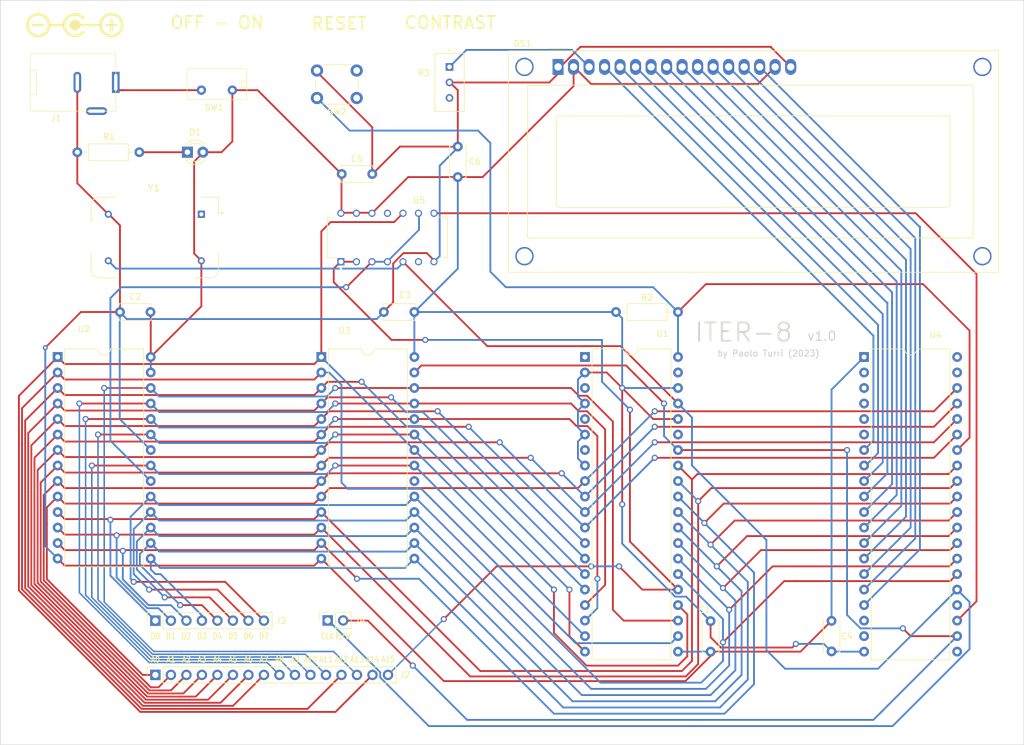
<source format=kicad_pcb>
(kicad_pcb (version 20221018) (generator pcbnew)
  (title_block (title "6502 Generic Purpose Computer") (date "2023-10-22") (rev "1.0"))
  (layers (0 "F.Cu" signal) (31 "B.Cu" signal) (34 "B.Paste" user) (35 "F.Paste" user) (36 "B.SilkS" user "B.Silkscreen") (37 "F.SilkS" user "F.Silkscreen") (38 "B.Mask" user) (39 "F.Mask" user) (44 "Edge.Cuts" user))
  (net 0 "")
  (net 7 "Net-(D1-K)")
  (net 8 "Net-(D1-A)")
  (net 9 "GND")
  (net 10 "+5V")
  (net 12 "Net-(J4-Pin_1)")
  (net 13 "/A0")
  (net 14 "/A1")
  (net 15 "/A2")
  (net 16 "/A3")
  (net 17 "/A4")
  (net 18 "/A5")
  (net 19 "/A6")
  (net 20 "/A7")
  (net 21 "/A8")
  (net 22 "/A9")
  (net 23 "/A10")
  (net 24 "/A11")
  (net 25 "/A12")
  (net 26 "/A13")
  (net 27 "/A14")
  (net 28 "/A15")
  (net 29 "/D7")
  (net 30 "/D6")
  (net 31 "/D5")
  (net 32 "/D4")
  (net 33 "/D3")
  (net 34 "/D2")
  (net 35 "/D1")
  (net 36 "/D0")
  (net 38 "Net-(DS1-VO)")
  (net 39 "/PA5")
  (net 40 "/PA6")
  (net 41 "/PA7")
  (net 42 "/PB0")
  (net 43 "/PB1")
  (net 44 "/PB2")
  (net 45 "/PB3")
  (net 46 "/PB4")
  (net 47 "/PB5")
  (net 48 "/PB6")
  (net 49 "/PB7")
  (net 50 "Net-(U1-~{RES})")
  (net 52 "Net-(J4-Pin_2)")
  (net 53 "Net-(U3-~{CS})")
  (net 62 "Net-(U4-~{CS2})")
  (net 68 "Net-(U2-~{CS})")
  (footprint "My footprints:DC-005" (layer "F.Cu") (at 84.3411 43.9293 -90)
    (fp_text reference "J1")
    (fp_text value "DC-005")
  )
  (footprint "Package_DIP:DIP-40_W15.24mm" (layer "F.Cu") (at 164.338 88.9)
    (fp_text reference "U1")
    (fp_text value "W65C02S6TPG-14")
  )
  (footprint "LOGO" (layer "F.Cu") (at 80.772 34.544)
    (fp_text reference "G***" hide)
    (fp_text value "LOGO" hide)
  )
  (footprint "My footprints:A11JP" (layer "F.Cu") (at 104.0511 44.1993)
    (fp_text reference "SW1")
    (fp_text value "A11JP")
  )
  (footprint "Capacitor_THT:C_Disc_D5.0mm_W2.5mm_P5.00mm" (layer "F.Cu") (at 204.724 132.12 -90)
    (fp_text reference "C4")
    (fp_text value "100n")
  )
  (footprint "Package_DIP:DIP-28_W15.24mm" (layer "F.Cu") (at 77.978 88.9)
    (fp_text reference "U2")
    (fp_text value "AT28C256-15PU")
  )
  (footprint "Capacitor_THT:C_Disc_D5.0mm_W2.5mm_P5.00mm" (layer "F.Cu") (at 131.398 81.534)
    (fp_text reference "C3")
    (fp_text value "100n")
  )
  (footprint "My footprints:SW_PUSH_double_6mm" (layer "F.Cu") (at 126.948 46.482 180)
    (fp_text reference "SW2")
    (fp_text value "Dual Push Button")
  )
  (footprint "Resistor_THT:R_Axial_DIN0207_L6.3mm_D2.5mm_P10.16mm_Horizontal" (layer "F.Cu") (at 169.418 81.534)
    (fp_text reference "R2")
    (fp_text value "1k")
  )
  (footprint "SnapEDA Library:TRIM_3296-W" (layer "F.Cu") (at 142.1511 41.3893 -90)
    (fp_text reference "R3")
    (fp_text value "3296-W")
  )
  (footprint "Capacitor_THT:C_Disc_D5.0mm_W2.5mm_P5.00mm" (layer "F.Cu") (at 124.5 58.928)
    (fp_text reference "C5")
    (fp_text value "100n")
  )
  (footprint "LED_THT:LED_D3.0mm" (layer "F.Cu") (at 99.2251 55.3593)
    (fp_text reference "D1")
    (fp_text value "LED")
  )
  (footprint "Package_DIP:DIP-40_W15.24mm" (layer "F.Cu") (at 210.058 88.9)
    (fp_text reference "U4")
    (fp_text value "W65C22SxP")
  )
  (footprint "Connector_PinSocket_2.54mm:PinSocket_1x16_P2.54mm_Vertical" (layer "F.Cu") (at 93.98 140.97 90)
    (fp_text reference "J2")
    (fp_text value "Conn_01x16")
  )
  (footprint "Connector_PinSocket_2.54mm:PinSocket_1x02_P2.54mm_Vertical" (layer "F.Cu") (at 122.194 132.055 90)
    (fp_text reference "J4")
    (fp_text value "Conn_01x02")
  )
  (footprint "SnapEDA Library:DIP794W45P254L1969H508Q14" (layer "F.Cu") (at 131.9911 69.3293 90)
    (fp_text reference "U5")
    (fp_text value "SN74HC00N")
  )
  (footprint "Connector_PinSocket_2.54mm:PinSocket_1x08_P2.54mm_Vertical" (layer "F.Cu") (at 93.98 132.08 90)
    (fp_text reference "J3")
    (fp_text value "Conn_01x08")
  )
  (footprint "Package_DIP:DIP-28_W15.24mm" (layer "F.Cu") (at 121.158 88.9)
    (fp_text reference "U3")
    (fp_text value "AS6C62256-55PCN")
  )
  (footprint "Capacitor_THT:C_Disc_D5.0mm_W2.5mm_P5.00mm" (layer "F.Cu") (at 88.178 81.534)
    (fp_text reference "C2")
    (fp_text value "100n")
  )
  (footprint "Capacitor_THT:C_Disc_D5.0mm_W2.5mm_P5.00mm" (layer "F.Cu") (at 184.912 137.16 90)
    (fp_text reference "C1")
    (fp_text value "100n")
  )
  (footprint "SnapEDA Library:OSC_ECS-100AX-010" (layer "F.Cu") (at 93.8911 69.3293 180)
    (fp_text reference "Y1")
    (fp_text value "ECS-100AX-010")
  )
  (footprint "Capacitor_THT:C_Disc_D5.0mm_W2.5mm_P5.00mm" (layer "F.Cu") (at 143.51 59.436 90)
    (fp_text reference "C6")
    (fp_text value "100n")
  )
  (footprint "Display:WC1602A" (layer "F.Cu") (at 159.9311 41.3893)
    (fp_text reference "DS1")
    (fp_text value "LCD-016M002B")
  )
  (footprint "Resistor_THT:R_Axial_DIN0207_L6.3mm_D2.5mm_P10.16mm_Horizontal" (layer "F.Cu") (at 81.1911 55.3593)
    (fp_text reference "R1")
    (fp_text value "150R")
  )
  (gr_rect (start 68.58 30.48) (end 236.22 152.4) (stroke (width 0.1)) (fill none) (layer "Edge.Cuts"))
  (gr_text "CLK" (at 122.174 134.62) (layer "F.SilkS") (effects (font (size 1 0.8))))
  (gr_text "D4" (at 104.14 134.62) (layer "F.SilkS") (effects (font (size 1 0.8))))
  (gr_text "D5" (at 106.68 134.62) (layer "F.SilkS") (effects (font (size 1 0.8))))
  (gr_text "D7" (at 111.76 134.62) (layer "F.SilkS") (effects (font (size 1 0.8))))
  (gr_text "CONTRAST" (at 134.62 35.306) (layer "F.SilkS") (effects (font (size 2 2) (thickness 0.3) bold) (justify left bottom)))
  (gr_text "A3" (at 101.6 138.43) (layer "F.SilkS") (effects (font (size 1 0.8))))
  (gr_text "R/W" (at 124.714 134.62) (layer "F.SilkS") (effects (font (size 1 0.8))))
  (gr_text "A9" (at 116.84 138.43) (layer "F.SilkS") (effects (font (size 1 0.8))))
  (gr_text "A15" (at 132.08 138.43) (layer "F.SilkS") (effects (font (size 1 0.8))))
  (gr_text "D1" (at 96.52 134.62) (layer "F.SilkS") (effects (font (size 1 0.8))))
  (gr_text "A12" (at 124.46 138.43) (layer "F.SilkS") (effects (font (size 1 0.8))))
  (gr_text "A2" (at 99.06 138.43) (layer "F.SilkS") (effects (font (size 1 0.8))))
  (gr_text "A0" (at 93.98 138.43) (layer "F.SilkS") (effects (font (size 1 0.8))))
  (gr_text "A1" (at 96.52 138.43) (layer "F.SilkS") (effects (font (size 1 0.8))))
  (gr_text "A5" (at 106.68 138.43) (layer "F.SilkS") (effects (font (size 1 0.8))))
  (gr_text "D2" (at 99.06 134.62) (layer "F.SilkS") (effects (font (size 1 0.8))))
  (gr_text "OFF - ON" (at 96.266 35.2933) (layer "F.SilkS") (effects (font (size 2 2) (thickness 0.3) bold) (justify left bottom)))
  (gr_text "A8" (at 114.3 138.43) (layer "F.SilkS") (effects (font (size 1 0.8))))
  (gr_text "A6" (at 109.22 138.43) (layer "F.SilkS") (effects (font (size 1 0.8))))
  (gr_text "D6" (at 109.22 134.62) (layer "F.SilkS") (effects (font (size 1 0.8))))
  (gr_text "D3" (at 101.6 134.62) (layer "F.SilkS") (effects (font (size 1 0.8))))
  (gr_text "RESET" (at 119.38 35.4457) (layer "F.SilkS") (effects (font (size 2 2) (thickness 0.3) bold) (justify left bottom)))
  (gr_text "A14" (at 129.54 138.43) (layer "F.SilkS") (effects (font (size 1 0.8))))
  (gr_text "A7" (at 111.76 138.43) (layer "F.SilkS") (effects (font (size 1 0.8))))
  (gr_text "A10" (at 119.38 138.43) (layer "F.SilkS") (effects (font (size 1 0.8))))
  (gr_text "A13" (at 127 138.43) (layer "F.SilkS") (effects (font (size 1 0.8))))
  (gr_text "A11" (at 121.92 138.43) (layer "F.SilkS") (effects (font (size 1 0.8))))
  (gr_text "A4" (at 104.14 138.43) (layer "F.SilkS") (effects (font (size 1 0.8))))
  (gr_text "D0" (at 93.98 134.62) (layer "F.SilkS") (effects (font (size 1 0.8))))
  (gr_text "ITER-8" (at 182.118 86.614) (layer "Edge.Cuts") (effects (font (size 3 3) (thickness 0.3) bold) (justify left bottom)))
  (gr_text "v1.0" (at 200.66 86.36) (layer "Edge.Cuts") (effects (font (size 1.5 1.5) (thickness 0.2)) (justify left bottom)))
  (gr_text "by Paolo Turri (2023)" (at 185.928 88.9) (layer "Edge.Cuts") (effects (font (size 1 1)) (justify left bottom)))
  (segment (start 99.2251 55.3593) (end 91.3511 55.3593) (width 0.3) (layer "F.Cu") (net 7))
  (segment (start 91.3511 55.3593) (end 91.0971 55.3593) (width 0.3) (layer "F.Cu") (net 7))
  (segment (start 192.024 44.196) (end 165.651776 44.196) (width 0.3) (layer "F.Cu") (net 8))
  (segment (start 126.6571 65.2653) (end 126.9111 65.2653) (width 0.3) (layer "F.Cu") (net 8))
  (segment (start 104.8131 55.3593) (end 106.5911 53.5813) (width 0.3) (layer "F.Cu") (net 8))
  (segment (start 93.218 83.82) (end 93.218 83.566) (width 0.3) (layer "F.Cu") (net 8))
  (segment (start 198.286 136.486) (end 198.882 135.89) (width 0.3) (layer "F.Cu") (net 8))
  (segment (start 170.434 93.98) (end 170.434 100.838) (width 0.3) (layer "F.Cu") (net 8))
  (segment (start 186.591918 136.486) (end 186.69 136.486) (width 0.3) (layer "F.Cu") (net 8))
  (segment (start 100.33 60.452) (end 100.33 56.896) (width 0.3) (layer "F.Cu") (net 8))
  (segment (start 127.3251 65.3593) (end 127.1651 65.5193) (width 0.3) (layer "F.Cu") (net 8))
  (segment (start 165.651776 44.196) (end 165.354 44.196) (width 0.3) (layer "F.Cu") (net 8))
  (segment (start 184.912 134.806082) (end 186.469959 136.364041) (width 0.3) (layer "F.Cu") (net 8))
  (segment (start 127.1651 65.2653) (end 126.9111 65.5193) (width 0.3) (layer "F.Cu") (net 8))
  (segment (start 101.5111 73.1393) (end 100.33 71.9582) (width 0.3) (layer "F.Cu") (net 8))
  (segment (start 170.434 101.854) (end 170.434 100.838) (width 0.3) (layer "F.Cu") (net 8))
  (segment (start 110.7313 45.1993) (end 124.46 58.928) (width 0.3) (layer "F.Cu") (net 8))
  (segment (start 175.514 99.06) (end 170.434 93.98) (width 0.3) (layer "F.Cu") (net 8))
  (segment (start 106.5911 45.1993) (end 110.7313 45.1993) (width 0.3) (layer "F.Cu") (net 8))
  (segment (start 162.4711 41.3893) (end 162.4711 44.5389) (width 0.3) (layer "F.Cu") (net 8))
  (segment (start 129.54 65.278) (end 127 65.278) (width 0.3) (layer "F.Cu") (net 8))
  (segment (start 195.4911 41.3893) (end 192.6844 44.196) (width 0.3) (layer "F.Cu") (net 8))
  (segment (start 186.469959 136.364041) (end 186.591918 136.486) (width 0.3) (layer "F.Cu") (net 8))
  (segment (start 167.894 91.44) (end 164.338 91.44) (width 0.3) (layer "F.Cu") (net 8))
  (segment (start 101.5111 80.6069) (end 93.218 88.9) (width 0.3) (layer "F.Cu") (net 8))
  (segment (start 93.218 83.82) (end 93.218 81.534) (width 0.3) (layer "F.Cu") (net 8))
  (segment (start 192.6844 44.196) (end 192.024 44.196) (width 0.3) (layer "F.Cu") (net 8))
  (segment (start 124.46 65.278) (end 127.254 65.278) (width 0.3) (layer "F.Cu") (net 8))
  (segment (start 179.578 99.06) (end 175.514 99.06) (width 0.3) (layer "F.Cu") (net 8))
  (segment (start 129.5 65.238) (end 129.54 65.278) (width 0.3) (layer "F.Cu") (net 8))
  (segment (start 101.5111 73.1393) (end 101.5111 80.6069) (width 0.3) (layer "F.Cu") (net 8))
  (segment (start 106.5911 53.5813) (end 106.5911 45.1993) (width 0.3) (layer "F.Cu") (net 8))
  (segment (start 124.46 58.928) (end 124.46 65.278) (width 0.3) (layer "F.Cu") (net 8))
  (segment (start 170.434 113.03) (end 170.434 101.854) (width 0.3) (layer "F.Cu") (net 8))
  (segment (start 162.4711 44.5389) (end 147.574 59.436) (width 0.3) (layer "F.Cu") (net 8))
  (segment (start 100.33 56.896) (end 101.6 55.626) (width 0.3) (layer "F.Cu") (net 8))
  (segment (start 186.591918 136.486) (end 198.286 136.486) (width 0.3) (layer "F.Cu") (net 8))
  (segment (start 129.4511 65.3593) (end 135.3744 59.436) (width 0.3) (layer "F.Cu") (net 8))
  (segment (start 93.218 88.9) (end 93.218 83.82) (width 0.3) (layer "F.Cu") (net 8))
  (segment (start 143.51 59.436) (end 147.574 59.436) (width 0.3) (layer "F.Cu") (net 8))
  (segment (start 170.434 93.98) (end 167.894 91.44) (width 0.3) (layer "F.Cu") (net 8))
  (segment (start 100.33 71.9582) (end 100.33 60.452) (width 0.3) (layer "F.Cu") (net 8))
  (segment (start 165.354 44.196) (end 162.56 41.402) (width 0.3) (layer "F.Cu") (net 8))
  (segment (start 170.434 100.838) (end 170.434 100.584) (width 0.3) (layer "F.Cu") (net 8))
  (segment (start 101.7651 55.3593) (end 104.8131 55.3593) (width 0.3) (layer "F.Cu") (net 8))
  (segment (start 135.3744 59.436) (end 143.256 59.436) (width 0.3) (layer "F.Cu") (net 8))
  (segment (start 184.912 132.16) (end 184.912 134.806082) (width 0.3) (layer "F.Cu") (net 8))
  (via (at 198.882 135.89) (size 1) (drill 0.6) (layers "F.Cu" "B.Cu") (net 8))
  (via (at 170.434 93.98) (size 1) (drill 0.6) (layers "F.Cu" "B.Cu") (net 8))
  (via (at 170.434 113.03) (size 1) (drill 0.6) (layers "F.Cu" "B.Cu") (net 8))
  (segment (start 163.188 92.59) (end 163.188 95.37) (width 0.3) (layer "B.Cu") (net 8))
  (segment (start 93.218 88.9) (end 93.218 91.44) (width 0.3) (layer "B.Cu") (net 8))
  (segment (start 170.434 119.475232) (end 170.434 113.03) (width 0.3) (layer "B.Cu") (net 8))
  (segment (start 164.338 96.52) (end 163.188 97.67) (width 0.3) (layer "B.Cu") (net 8))
  (segment (start 163.188 95.37) (end 164.338 96.52) (width 0.3) (layer "B.Cu") (net 8))
  (segment (start 163.188 97.67) (end 163.188 100.45) (width 0.3) (layer "B.Cu") (net 8))
  (segment (start 163.188 105.53) (end 164.338 106.68) (width 0.3) (layer "B.Cu") (net 8))
  (segment (start 179.578 93.98) (end 170.434 93.98) (width 0.3) (layer "B.Cu") (net 8))
  (segment (start 198.882 135.89) (end 203.454 135.89) (width 0.3) (layer "B.Cu") (net 8))
  (segment (start 179.324 128.15) (end 179.108768 128.15) (width 0.3) (layer "B.Cu") (net 8))
  (segment (start 163.188 102.75) (end 163.188 105.53) (width 0.3) (layer "B.Cu") (net 8))
  (segment (start 170.434 82.55) (end 169.926 82.042) (width 0.3) (layer "B.Cu") (net 8))
  (segment (start 136.398 81.534) (end 136.398 88.9) (width 0.3) (layer "B.Cu") (net 8))
  (segment (start 170.434 93.98) (end 170.434 82.55) (width 0.3) (layer "B.Cu") (net 8))
  (segment (start 164.338 101.6) (end 163.188 102.75) (width 0.3) (layer "B.Cu") (net 8))
  (segment (start 143.51 74.422) (end 136.398 81.534) (width 0.3) (layer "B.Cu") (net 8))
  (segment (start 163.188 100.45) (end 164.338 101.6) (width 0.3) (layer "B.Cu") (net 8))
  (segment (start 203.454 135.89) (end 204.724 137.16) (width 0.3) (layer "B.Cu") (net 8))
  (segment (start 204.724 137.16) (end 210.058 137.16) (width 0.3) (layer "B.Cu") (net 8))
  (segment (start 180.902 128.15) (end 179.324 128.15) (width 0.3) (layer "B.Cu") (net 8))
  (segment (start 169.418 81.534) (end 136.398 81.534) (width 0.3) (layer "B.Cu") (net 8))
  (segment (start 169.926 82.042) (end 169.418 81.534) (width 0.3) (layer "B.Cu") (net 8))
  (segment (start 143.51 59.436) (end 143.51 74.422) (width 0.3) (layer "B.Cu") (net 8))
  (segment (start 164.338 91.44) (end 163.188 92.59) (width 0.3) (layer "B.Cu") (net 8))
  (segment (start 179.108768 128.15) (end 170.434 119.475232) (width 0.3) (layer "B.Cu") (net 8))
  (segment (start 184.912 132.16) (end 180.902 128.15) (width 0.3) (layer "B.Cu") (net 8))
  (segment (start 194.818 38.1762) (end 194.818 38.1) (width 0.3) (layer "F.Cu") (net 9))
  (segment (start 132.9261 73.5759) (end 132.9261 79.9259) (width 0.3) (layer "F.Cu") (net 9))
  (segment (start 121.158 121.92) (end 141.224 141.986) (width 0.3) (layer "F.Cu") (net 9))
  (segment (start 199.644 137.16) (end 204.47 132.334) (width 0.3) (layer "F.Cu") (net 9))
  (segment (start 143.51 54.436) (end 134.032 54.436) (width 0.3) (layer "F.Cu") (net 9))
  (segment (start 148.844 141.986) (end 176.784 141.986) (width 0.3) (layer "F.Cu") (net 9))
  (segment (start 142.24 43.942) (end 158.496 43.942) (width 0.3) (layer "F.Cu") (net 9))
  (segment (start 120.008 123.07) (end 79.128 123.07) (width 0.3) (layer "F.Cu") (net 9))
  (segment (start 198.0311 41.3893) (end 194.818 38.1762) (width 0.3) (layer "F.Cu") (net 9))
  (segment (start 134.032 54.436) (end 129.54 58.928) (width 0.3) (layer "F.Cu") (net 9))
  (segment (start 121.158 121.92) (end 120.008 123.07) (width 0.3) (layer "F.Cu") (net 9))
  (segment (start 184.912 137.16) (end 199.644 137.16) (width 0.3) (layer "F.Cu") (net 9))
  (segment (start 81.1911 60.4393) (end 81.1911 60.198) (width 0.3) (layer "F.Cu") (net 9))
  (segment (start 86.2711 65.5193) (end 81.1911 60.4393) (width 0.3) (layer "F.Cu") (net 9))
  (segment (start 136.398 71.882) (end 138.43 71.882) (width 0.3) (layer "F.Cu") (net 9))
  (segment (start 158.496 43.942) (end 160.02 42.418) (width 0.3) (layer "F.Cu") (net 9))
  (segment (start 138.43 71.882) (end 139.7 73.152) (width 0.3) (layer "F.Cu") (net 9))
  (segment (start 180.793106 141.986) (end 184.912 137.867106) (width 0.3) (layer "F.Cu") (net 9))
  (segment (start 160.02 42.418) (end 160.02 41.402) (width 0.3) (layer "F.Cu") (net 9))
  (segment (start 132.9261 79.9259) (end 131.318 81.534) (width 0.3) (layer "F.Cu") (net 9))
  (segment (start 176.784 141.986) (end 180.793106 141.986) (width 0.3) (layer "F.Cu") (net 9))
  (segment (start 81.788 81.534) (end 75.946 87.376) (width 0.3) (layer "F.Cu") (net 9))
  (segment (start 88.178 81.534) (end 88.178 67.35) (width 0.3) (layer "F.Cu") (net 9))
  (segment (start 134.62 71.882) (end 132.9261 73.5759) (width 0.3) (layer "F.Cu") (net 9))
  (segment (start 163.594376 38.1) (end 160.038376 41.656) (width 0.3) (layer "F.Cu") (net 9))
  (segment (start 143.51 45.212) (end 142.24 43.942) (width 0.3) (layer "F.Cu") (net 9))
  (segment (start 160.038376 41.656) (end 159.766 41.656) (width 0.3) (layer "F.Cu") (net 9))
  (segment (start 194.818 38.1) (end 163.594376 38.1) (width 0.3) (layer "F.Cu") (net 9))
  (segment (start 129.5 58.928) (end 129.5 51.268) (width 0.3) (layer "F.Cu") (net 9))
  (segment (start 81.1911 55.3593) (end 81.1911 60.198) (width 0.3) (layer "F.Cu") (net 9))
  (segment (start 184.912 137.867106) (end 184.912 137.16) (width 0.3) (layer "F.Cu") (net 9))
  (segment (start 129.5 51.268) (end 120.396 42.164) (width 0.3) (layer "F.Cu") (net 9))
  (segment (start 81.1911 55.3593) (end 81.1911 45.1993) (width 0.3) (layer "F.Cu") (net 9))
  (segment (start 134.62 71.882) (end 136.398 71.882) (width 0.3) (layer "F.Cu") (net 9))
  (segment (start 88.178 67.35) (end 86.36 65.532) (width 0.3) (layer "F.Cu") (net 9))
  (segment (start 141.224 141.986) (end 148.844 141.986) (width 0.3) (layer "F.Cu") (net 9))
  (segment (start 88.178 81.534) (end 81.788 81.534) (width 0.3) (layer "F.Cu") (net 9))
  (segment (start 143.51 54.436) (end 143.51 45.212) (width 0.3) (layer "F.Cu") (net 9))
  (segment (start 79.128 123.07) (end 78.232 122.174) (width 0.3) (layer "F.Cu") (net 9))
  (via (at 75.946 87.376) (size 0.8) (drill 0.4) (layers "F.Cu" "B.Cu") (net 9))
  (segment (start 139.6111 73.2993) (end 140.5461 72.3643) (width 0.3) (layer "B.Cu") (net 9))
  (segment (start 204.724 132.12) (end 204.724 94.234) (width 0.3) (layer "B.Cu") (net 9))
  (segment (start 140.5461 72.3643) (end 140.5461 57.5739) (width 0.3) (layer "B.Cu") (net 9))
  (segment (start 183.642 137.16) (end 184.912 137.16) (width 0.3) (layer "B.Cu") (net 9))
  (segment (start 75.946 119.888) (end 77.978 121.92) (width 0.3) (layer "B.Cu") (net 9))
  (segment (start 130.248 82.684) (end 89.288 82.684) (width 0.3) (layer "B.Cu") (net 9))
  (segment (start 75.946 87.376) (end 75.946 119.888) (width 0.3) (layer "B.Cu") (net 9))
  (segment (start 131.398 81.534) (end 130.248 82.684) (width 0.3) (layer "B.Cu") (net 9))
  (segment (start 88.138 99.06) (end 88.138 81.534) (width 0.3) (layer "B.Cu") (net 9))
  (segment (start 179.578 137.16) (end 183.642 137.16) (width 0.3) (layer "B.Cu") (net 9))
  (segment (start 93.218 104.14) (end 88.138 99.06) (width 0.3) (layer "B.Cu") (net 9))
  (segment (start 89.288 82.684) (end 88.138 81.534) (width 0.3) (layer "B.Cu") (net 9))
  (segment (start 204.724 94.234) (end 210.058 88.9) (width 0.3) (layer "B.Cu") (net 9))
  (segment (start 140.5461 57.5739) (end 143.51 54.61) (width 0.3) (layer "B.Cu") (net 9))
  (segment (start 87.5411 45.1993) (end 88.8111 45.1993) (width 0.3) (layer "F.Cu") (net 10))
  (segment (start 101.5111 45.1993) (end 87.5411 45.1993) (width 0.3) (layer "F.Cu") (net 10))
  (segment (start 87.7611 43.6593) (end 87.4911 43.9293) (width 0.3) (layer "F.Cu") (net 10))
  (segment (start 170.18 87.122) (end 179.578 96.52) (width 0.3) (layer "F.Cu") (net 12))
  (segment (start 148.336 87.122) (end 164.592 87.122) (width 0.3) (layer "F.Cu") (net 12))
  (segment (start 164.592 87.122) (end 170.18 87.122) (width 0.3) (layer "F.Cu") (net 12))
  (segment (start 134.5311 73.2993) (end 137.668 76.4362) (width 0.3) (layer "F.Cu") (net 12))
  (segment (start 143.51 82.296) (end 148.336 87.122) (width 0.3) (layer "F.Cu") (net 12))
  (segment (start 137.668 76.4362) (end 137.668 76.454) (width 0.3) (layer "F.Cu") (net 12))
  (segment (start 137.668 76.454) (end 143.51 82.296) (width 0.3) (layer "F.Cu") (net 12))
  (segment (start 194.056 118.872) (end 181.864 106.68) (width 0.3) (layer "B.Cu") (net 12))
  (segment (start 130.81 141.39541) (end 130.81 140.54459) (width 0.3) (layer "B.Cu") (net 12))
  (segment (start 122.34541 132.08) (end 122.174 132.08) (width 0.3) (layer "B.Cu") (net 12))
  (segment (start 130.81 140.54459) (end 122.34541 132.08) (width 0.3) (layer "B.Cu") (net 12))
  (segment (start 225.298 127) (end 227.33 129.032) (width 0.3) (layer "B.Cu") (net 12))
  (segment (start 86.2711 73.1393) (end 87.5538 74.422) (width 0.3) (layer "B.Cu") (net 12))
  (segment (start 214.725232 149.352) (end 138.76659 149.352) (width 0.3) (layer "B.Cu") (net 12))
  (segment (start 181.864 98.806) (end 179.578 96.52) (width 0.3) (layer "B.Cu") (net 12))
  (segment (start 225.298 127) (end 212.344 139.954) (width 0.3) (layer "B.Cu") (net 12))
  (segment (start 87.5538 74.422) (end 113.538 74.422) (width 0.3) (layer "B.Cu") (net 12))
  (segment (start 138.76659 149.352) (end 130.81 141.39541) (width 0.3) (layer "B.Cu") (net 12))
  (segment (start 197.104 139.954) (end 194.056 136.906) (width 0.3) (layer "B.Cu") (net 12))
  (segment (start 215.741232 148.336) (end 214.725232 149.352) (width 0.3) (layer "B.Cu") (net 12))
  (segment (start 113.538 74.422) (end 133.604 74.422) (width 0.3) (layer "B.Cu") (net 12))
  (segment (start 225.044 127.254) (end 221.488 130.81) (width 0.3) (layer "B.Cu") (net 12))
  (segment (start 227.33 129.032) (end 227.33 133.604) (width 0.3) (layer "B.Cu") (net 12))
  (segment (start 227.33 136.747232) (end 215.741232 148.336) (width 0.3) (layer "B.Cu") (net 12))
  (segment (start 194.056 136.906) (end 194.056 118.872) (width 0.3) (layer "B.Cu") (net 12))
  (segment (start 181.864 106.68) (end 181.864 98.806) (width 0.3) (layer "B.Cu") (net 12))
  (segment (start 212.344 139.954) (end 197.104 139.954) (width 0.3) (layer "B.Cu") (net 12))
  (segment (start 133.604 74.422) (end 134.62 73.406) (width 0.3) (layer "B.Cu") (net 12))
  (segment (start 227.33 133.604) (end 227.33 136.747232) (width 0.3) (layer "B.Cu") (net 12))
  (segment (start 91.893106 140.97) (end 93.98 140.97) (width 0.3) (layer "F.Cu") (net 13))
  (segment (start 94.862 112.91) (end 120.008 112.91) (width 0.3) (layer "F.Cu") (net 13))
  (segment (start 91.412553 140.489447) (end 91.893106 140.97) (width 0.3) (layer "F.Cu") (net 13))
  (segment (start 77.978 111.76) (end 76.2 113.538) (width 0.3) (layer "F.Cu") (net 13))
  (segment (start 221.488 97.79) (end 225.298 93.98) (width 0.3) (layer "F.Cu") (net 13))
  (segment (start 76.2 123.19) (end 76.2 125.276894) (width 0.3) (layer "F.Cu") (net 13))
  (segment (start 76.2 113.538) (end 76.2 116.332) (width 0.3) (layer "F.Cu") (net 13))
  (segment (start 175.768 97.79) (end 221.488 97.79) (width 0.3) (layer "F.Cu") (net 13))
  (segment (start 79.128 112.91) (end 94.862 112.91) (width 0.3) (layer "F.Cu") (net 13))
  (segment (start 76.2 116.332) (end 76.2 123.19) (width 0.3) (layer "F.Cu") (net 13))
  (segment (start 121.158 111.76) (end 122.548 110.37) (width 0.3) (layer "F.Cu") (net 13))
  (segment (start 120.008 112.91) (end 120.904 112.014) (width 0.3) (layer "F.Cu") (net 13))
  (segment (start 77.978 111.76) (end 79.128 112.91) (width 0.3) (layer "F.Cu") (net 13))
  (segment (start 163.188 110.37) (end 164.338 109.22) (width 0.3) (layer "F.Cu") (net 13))
  (segment (start 76.2 125.276894) (end 91.412553 140.489447) (width 0.3) (layer "F.Cu") (net 13))
  (segment (start 122.548 110.37) (end 163.188 110.37) (width 0.3) (layer "F.Cu") (net 13))
  (via (at 175.768 97.79) (size 1) (drill 0.6) (layers "F.Cu" "B.Cu") (net 13))
  (segment (start 164.338 109.22) (end 175.768 97.79) (width 0.3) (layer "B.Cu") (net 13))
  (segment (start 120.008 110.37) (end 120.904 109.474) (width 0.3) (layer "F.Cu") (net 14))
  (segment (start 77.978 109.22) (end 79.128 110.37) (width 0.3) (layer "F.Cu") (net 14))
  (segment (start 221.488 100.33) (end 225.298 96.52) (width 0.3) (layer "F.Cu") (net 14))
  (segment (start 75.692 111.506) (end 75.692 122.428) (width 0.3) (layer "F.Cu") (net 14))
  (segment (start 93.218 143.002) (end 93.472 143.002) (width 0.3) (layer "F.Cu") (net 14))
  (segment (start 175.768 100.33) (end 221.488 100.33) (width 0.3) (layer "F.Cu") (net 14))
  (segment (start 75.692 125.476) (end 93.218 143.002) (width 0.3) (layer "F.Cu") (net 14))
  (segment (start 94.608 110.37) (end 120.008 110.37) (width 0.3) (layer "F.Cu") (net 14))
  (segment (start 93.472 143.002) (end 94.488 143.002) (width 0.3) (layer "F.Cu") (net 14))
  (segment (start 75.692 122.428) (end 75.692 125.476) (width 0.3) (layer "F.Cu") (net 14))
  (segment (start 160.528 107.95) (end 122.428 107.95) (width 0.3) (layer "F.Cu") (net 14))
  (segment (start 79.128 110.37) (end 94.608 110.37) (width 0.3) (layer "F.Cu") (net 14))
  (segment (start 94.488 143.002) (end 96.52 140.97) (width 0.3) (layer "F.Cu") (net 14))
  (segment (start 77.978 109.22) (end 75.692 111.506) (width 0.3) (layer "F.Cu") (net 14))
  (segment (start 122.428 107.95) (end 121.158 109.22) (width 0.3) (layer "F.Cu") (net 14))
  (via (at 160.528 107.95) (size 1) (drill 0.6) (layers "F.Cu" "B.Cu") (net 14))
  (via (at 175.768 100.33) (size 1) (drill 0.6) (layers "F.Cu" "B.Cu") (net 14))
  (segment (start 160.274 107.696) (end 160.408 107.83) (width 0.3) (layer "B.Cu") (net 14))
  (segment (start 164.338 111.76) (end 163.068 110.49) (width 0.3) (layer "B.Cu") (net 14))
  (segment (start 121.158 109.22) (end 121.412 109.22) (width 0.3) (layer "B.Cu") (net 14))
  (segment (start 164.338 111.76) (end 175.768 100.33) (width 0.3) (layer "B.Cu") (net 14))
  (segment (start 160.528 107.95) (end 160.274 107.696) (width 0.3) (layer "B.Cu") (net 14))
  (segment (start 163.068 110.49) (end 162.948 110.37) (width 0.3) (layer "B.Cu") (net 14))
  (segment (start 163.068 110.49) (end 160.528 107.95) (width 0.3) (layer "B.Cu") (net 14))
  (segment (start 78.032894 128.524) (end 93.018894 143.51) (width 0.3) (layer "F.Cu") (net 15))
  (segment (start 175.768 102.87) (end 175.648 102.99) (width 0.3) (layer "F.Cu") (net 15))
  (segment (start 75.192 125.683106) (end 78.032894 128.524) (width 0.3) (layer "F.Cu") (net 15))
  (segment (start 79.128 107.83) (end 93.472 107.83) (width 0.3) (layer "F.Cu") (net 15))
  (segment (start 120.008 107.83) (end 121.158 106.68) (width 0.3) (layer "F.Cu") (net 15))
  (segment (start 77.978 106.68) (end 75.192 109.466) (width 0.3) (layer "F.Cu") (net 15))
  (segment (start 77.978 106.68) (end 79.128 107.83) (width 0.3) (layer "F.Cu") (net 15))
  (segment (start 94.488 143.51) (end 96.52 143.51) (width 0.3) (layer "F.Cu") (net 15))
  (segment (start 75.192 109.466) (end 75.192 125.683106) (width 0.3) (layer "F.Cu") (net 15))
  (segment (start 221.488 102.87) (end 221.869 102.489) (width 0.3) (layer "F.Cu") (net 15))
  (segment (start 96.52 143.51) (end 99.06 140.97) (width 0.3) (layer "F.Cu") (net 15))
  (segment (start 175.888 102.99) (end 175.768 102.87) (width 0.3) (layer "F.Cu") (net 15))
  (segment (start 155.448 105.41) (end 122.428 105.41) (width 0.3) (layer "F.Cu") (net 15))
  (segment (start 225.298 99.06) (end 221.869 102.489) (width 0.3) (layer "F.Cu") (net 15))
  (segment (start 93.472 107.83) (end 120.008 107.83) (width 0.3) (layer "F.Cu") (net 15))
  (segment (start 93.018894 143.51) (end 94.488 143.51) (width 0.3) (layer "F.Cu") (net 15))
  (segment (start 175.768 102.87) (end 221.488 102.87) (width 0.3) (layer "F.Cu") (net 15))
  (segment (start 122.428 105.41) (end 121.158 106.68) (width 0.3) (layer "F.Cu") (net 15))
  (via (at 175.768 102.87) (size 1) (drill 0.6) (layers "F.Cu" "B.Cu") (net 15))
  (via (at 155.448 105.41) (size 1) (drill 0.6) (layers "F.Cu" "B.Cu") (net 15))
  (segment (start 164.338 114.3) (end 157.226 107.188) (width 0.3) (layer "B.Cu") (net 15))
  (segment (start 157.226 107.188) (end 155.702 105.664) (width 0.3) (layer "B.Cu") (net 15))
  (segment (start 155.448 105.41) (end 155.702 105.664) (width 0.3) (layer "B.Cu") (net 15))
  (segment (start 155.702 105.664) (end 155.568 105.53) (width 0.3) (layer "B.Cu") (net 15))
  (segment (start 164.338 114.3) (end 175.514 103.124) (width 0.3) (layer "B.Cu") (net 15))
  (segment (start 150.368 102.87) (end 122.428 102.87) (width 0.3) (layer "F.Cu") (net 16))
  (segment (start 79.128 105.29) (end 93.218 105.29) (width 0.3) (layer "F.Cu") (net 16))
  (segment (start 120.008 105.29) (end 121.158 104.14) (width 0.3) (layer "F.Cu") (net 16))
  (segment (start 121.158 104.14) (end 122.174 103.124) (width 0.3) (layer "F.Cu") (net 16))
  (segment (start 122.428 102.87) (end 122.174 103.124) (width 0.3) (layer "F.Cu") (net 16))
  (segment (start 92.811788 144.01) (end 98.56 144.01) (width 0.3) (layer "F.Cu") (net 16))
  (segment (start 225.298 101.6) (end 221.488 105.41) (width 0.3) (layer "F.Cu") (net 16))
  (segment (start 74.692 107.426) (end 74.692 125.890212) (width 0.3) (layer "F.Cu") (net 16))
  (segment (start 93.218 105.29) (end 120.008 105.29) (width 0.3) (layer "F.Cu") (net 16))
  (segment (start 77.978 104.14) (end 74.692 107.426) (width 0.3) (layer "F.Cu") (net 16))
  (segment (start 76.055788 127.254) (end 92.811788 144.01) (width 0.3) (layer "F.Cu") (net 16))
  (segment (start 74.692 125.890212) (end 76.055788 127.254) (width 0.3) (layer "F.Cu") (net 16))
  (segment (start 77.978 104.14) (end 79.128 105.29) (width 0.3) (layer "F.Cu") (net 16))
  (segment (start 98.56 144.01) (end 101.6 140.97) (width 0.3) (layer "F.Cu") (net 16))
  (segment (start 221.488 105.41) (end 175.768 105.41) (width 0.3) (layer "F.Cu") (net 16))
  (via (at 150.368 102.87) (size 1) (drill 0.6) (layers "F.Cu" "B.Cu") (net 16))
  (via (at 175.768 105.41) (size 1) (drill 0.6) (layers "F.Cu" "B.Cu") (net 16))
  (segment (start 164.338 116.84) (end 150.368 102.87) (width 0.3) (layer "B.Cu") (net 16))
  (segment (start 164.338 116.84) (end 175.768 105.41) (width 0.3) (layer "B.Cu") (net 16))
  (segment (start 77.978 101.6) (end 79.128 102.75) (width 0.3) (layer "F.Cu") (net 17))
  (segment (start 77.978 101.6) (end 74.168 105.41) (width 0.3) (layer "F.Cu") (net 17))
  (segment (start 74.168 126.073318) (end 92.620682 144.526) (width 0.3) (layer "F.Cu") (net 17))
  (segment (start 74.168 122.682) (end 74.168 126.073318) (width 0.3) (layer "F.Cu") (net 17))
  (segment (start 79.128 102.75) (end 93.218 102.75) (width 0.3) (layer "F.Cu") (net 17))
  (segment (start 100.584 144.526) (end 104.14 140.97) (width 0.3) (layer "F.Cu") (net 17))
  (segment (start 120.008 102.75) (end 121.158 101.6) (width 0.3) (layer "F.Cu") (net 17))
  (segment (start 93.218 102.75) (end 120.008 102.75) (width 0.3) (layer "F.Cu") (net 17))
  (segment (start 145.154 100.21) (end 145.288 100.076) (width 0.3) (layer "F.Cu") (net 17))
  (segment (start 74.168 105.41) (end 74.168 122.682) (width 0.3) (layer "F.Cu") (net 17))
  (segment (start 122.428 100.33) (end 121.158 101.6) (width 0.3) (layer "F.Cu") (net 17))
  (segment (start 98.044 144.526) (end 100.584 144.526) (width 0.3) (layer "F.Cu") (net 17))
  (segment (start 92.620682 144.526) (end 98.044 144.526) (width 0.3) (layer "F.Cu") (net 17))
  (segment (start 145.288 100.33) (end 122.428 100.33) (width 0.3) (layer "F.Cu") (net 17))
  (via (at 145.288 100.33) (size 1) (drill 0.6) (layers "F.Cu" "B.Cu") (net 17))
  (segment (start 164.338 119.38) (end 145.288 100.33) (width 0.3) (layer "B.Cu") (net 17))
  (segment (start 140.208 97.79) (end 122.428 97.79) (width 0.3) (layer "F.Cu") (net 18))
  (segment (start 73.66 103.378) (end 73.66 116.586) (width 0.3) (layer "F.Cu") (net 18))
  (segment (start 122.428 97.79) (end 121.158 99.06) (width 0.3) (layer "F.Cu") (net 18))
  (segment (start 77.978 99.06) (end 73.66 103.378) (width 0.3) (layer "F.Cu") (net 18))
  (segment (start 120.008 100.21) (end 120.904 99.314) (width 0.3) (layer "F.Cu") (net 18))
  (segment (start 93.218 100.21) (end 120.008 100.21) (width 0.3) (layer "F.Cu") (net 18))
  (segment (start 102.616 145.034) (end 106.68 140.97) (width 0.3) (layer "F.Cu") (net 18))
  (segment (start 99.568 145.034) (end 102.616 145.034) (width 0.3) (layer "F.Cu") (net 18))
  (segment (start 73.66 116.586) (end 73.66 126.272424) (width 0.3) (layer "F.Cu") (net 18))
  (segment (start 79.128 100.21) (end 93.218 100.21) (width 0.3) (layer "F.Cu") (net 18))
  (segment (start 77.978 99.06) (end 79.128 100.21) (width 0.3) (layer "F.Cu") (net 18))
  (segment (start 92.421576 145.034) (end 99.568 145.034) (width 0.3) (layer "F.Cu") (net 18))
  (segment (start 73.66 126.272424) (end 92.421576 145.034) (width 0.3) (layer "F.Cu") (net 18))
  (via (at 140.208 97.79) (size 1) (drill 0.6) (layers "F.Cu" "B.Cu") (net 18))
  (segment (start 140.208 97.79) (end 139.954 97.536) (width 0.3) (layer "B.Cu") (net 18))
  (segment (start 164.338 121.92) (end 140.208 97.79) (width 0.3) (layer "B.Cu") (net 18))
  (segment (start 77.978 96.52) (end 79.128 97.67) (width 0.3) (layer "F.Cu") (net 19))
  (segment (start 122.174 95.504) (end 122.682 95.504) (width 0.3) (layer "F.Cu") (net 19))
  (segment (start 79.128 97.67) (end 93.218 97.67) (width 0.3) (layer "F.Cu") (net 19))
  (segment (start 121.158 96.52) (end 122.174 95.504) (width 0.3) (layer "F.Cu") (net 19))
  (segment (start 73.152 101.346) (end 73.152 110.998) (width 0.3) (layer "F.Cu") (net 19))
  (segment (start 93.218 97.67) (end 120.008 97.67) (width 0.3) (layer "F.Cu") (net 19))
  (segment (start 122.682 95.504) (end 132.588 95.504) (width 0.3) (layer "F.Cu") (net 19))
  (segment (start 104.656 145.534) (end 109.22 140.97) (width 0.3) (layer "F.Cu") (net 19))
  (segment (start 132.588 95.504) (end 132.842 95.504) (width 0.3) (layer "F.Cu") (net 19))
  (segment (start 120.008 97.67) (end 121.158 96.52) (width 0.3) (layer "F.Cu") (net 19))
  (segment (start 92.21447 145.534) (end 104.656 145.534) (width 0.3) (layer "F.Cu") (net 19))
  (segment (start 73.152 126.47153) (end 92.21447 145.534) (width 0.3) (layer "F.Cu") (net 19))
  (segment (start 73.152 110.998) (end 73.152 126.47153) (width 0.3) (layer "F.Cu") (net 19))
  (segment (start 77.978 96.52) (end 73.152 101.346) (width 0.3) (layer "F.Cu") (net 19))
  (via (at 132.588 95.504) (size 1) (drill 0.6) (layers "F.Cu" "B.Cu") (net 19))
  (segment (start 137.788 97.91) (end 134.994 97.91) (width 0.3) (layer "B.Cu") (net 19))
  (segment (start 133.604 96.52) (end 132.842 95.758) (width 0.3) (layer "B.Cu") (net 19))
  (segment (start 164.338 124.46) (end 137.788 97.91) (width 0.3) (layer "B.Cu") (net 19))
  (segment (start 134.994 97.91) (end 133.604 96.52) (width 0.3) (layer "B.Cu") (net 19))
  (segment (start 132.842 95.758) (end 132.842 95.504) (width 0.3) (layer "B.Cu") (net 19))
  (segment (start 79.128 95.13) (end 93.687232 95.13) (width 0.3) (layer "F.Cu") (net 20))
  (segment (start 121.158 93.98) (end 122.174 92.964) (width 0.3) (layer "F.Cu") (net 20))
  (segment (start 120.008 95.13) (end 120.904 94.234) (width 0.3) (layer "F.Cu") (net 20))
  (segment (start 122.174 92.964) (end 127.762 92.964) (width 0.3) (layer "F.Cu") (net 20))
  (segment (start 93.687232 95.13) (end 120.008 95.13) (width 0.3) (layer "F.Cu") (net 20))
  (segment (start 74.676 128.778) (end 91.932 146.034) (width 0.3) (layer "F.Cu") (net 20))
  (segment (start 72.652 126.754) (end 74.676 128.778) (width 0.3) (layer "F.Cu") (net 20))
  (segment (start 106.696 146.034) (end 111.76 140.97) (width 0.3) (layer "F.Cu") (net 20))
  (segment (start 77.978 93.98) (end 72.652 99.306) (width 0.3) (layer "F.Cu") (net 20))
  (segment (start 72.652 99.306) (end 72.652 126.754) (width 0.3) (layer "F.Cu") (net 20))
  (segment (start 77.978 93.98) (end 79.128 95.13) (width 0.3) (layer "F.Cu") (net 20))
  (segment (start 91.932 146.034) (end 106.696 146.034) (width 0.3) (layer "F.Cu") (net 20))
  (via (at 127.762 92.964) (size 1) (drill 0.6) (layers "F.Cu" "B.Cu") (net 20))
  (segment (start 130.81 96.012) (end 128.778 93.98) (width 0.3) (layer "B.Cu") (net 20))
  (segment (start 135.008 100.21) (end 130.81 96.012) (width 0.3) (layer "B.Cu") (net 20))
  (segment (start 137.548 100.21) (end 135.008 100.21) (width 0.3) (layer "B.Cu") (net 20))
  (segment (start 164.338 127) (end 137.548 100.21) (width 0.3) (layer "B.Cu") (net 20))
  (segment (start 128.778 93.98) (end 127.762 92.964) (width 0.3) (layer "B.Cu") (net 20))
  (segment (start 162.052 96.52) (end 163.322 97.79) (width 0.3) (layer "F.Cu") (net 21))
  (segment (start 167.64 126.238) (end 164.338 129.54) (width 0.3) (layer "F.Cu") (net 21))
  (segment (start 136.398 96.52) (end 123.444 96.52) (width 0.3) (layer "F.Cu") (net 21))
  (segment (start 163.322 97.79) (end 164.687232 97.79) (width 0.3) (layer "F.Cu") (net 21))
  (segment (start 167.64 100.742768) (end 167.64 126.238) (width 0.3) (layer "F.Cu") (net 21))
  (segment (start 164.687232 97.79) (end 167.64 100.742768) (width 0.3) (layer "F.Cu") (net 21))
  (segment (start 136.398 96.52) (end 162.052 96.52) (width 0.3) (layer "F.Cu") (net 21))
  (segment (start 93.218 96.52) (end 81.534 96.52) (width 0.3) (layer "F.Cu") (net 21))
  (via (at 123.444 96.52) (size 1) (drill 0.6) (layers "F.Cu" "B.Cu") (net 21))
  (via (at 81.534 96.52) (size 1) (drill 0.6) (layers "F.Cu" "B.Cu") (net 21))
  (segment (start 81.534 127.513584) (end 81.534 96.52) (width 0.25) (layer "B.Cu") (net 21))
  (segment (start 86.36 132.334) (end 86.354416 132.334) (width 0.25) (layer "B.Cu") (net 21))
  (segment (start 94.608 97.91) (end 93.218 96.52) (width 0.3) (layer "B.Cu") (net 21))
  (segment (start 123.444 96.52) (end 122.054 97.91) (width 0.3) (layer "B.Cu") (net 21))
  (segment (start 96.52 138.938) (end 112.268 138.938) (width 0.25) (layer "B.Cu") (net 21))
  (segment (start 122.054 97.91) (end 94.608 97.91) (width 0.3) (layer "B.Cu") (net 21))
  (segment (start 92.964 138.938) (end 86.36 132.334) (width 0.25) (layer "B.Cu") (net 21))
  (segment (start 86.354416 132.334) (end 81.534 127.513584) (width 0.25) (layer "B.Cu") (net 21))
  (segment (start 96.52 138.938) (end 92.964 138.938) (width 0.25) (layer "B.Cu") (net 21))
  (segment (start 112.268 138.938) (end 114.3 140.97) (width 0.25) (layer "B.Cu") (net 21))
  (segment (start 96.266 138.938) (end 96.52 138.938) (width 0.25) (layer "B.Cu") (net 21))
  (segment (start 162.948 100.21) (end 161.798 99.06) (width 0.3) (layer "F.Cu") (net 22))
  (segment (start 166.37 101.854) (end 164.726 100.21) (width 0.3) (layer "F.Cu") (net 22))
  (segment (start 139.954 99.06) (end 136.398 99.06) (width 0.3) (layer "F.Cu") (net 22))
  (segment (start 166.37 125.222) (end 166.37 101.854) (width 0.3) (layer "F.Cu") (net 22))
  (segment (start 123.19 99.06) (end 123.444 99.06) (width 0.3) (layer "F.Cu") (net 22))
  (segment (start 136.398 99.06) (end 123.19 99.06) (width 0.3) (layer "F.Cu") (net 22))
  (segment (start 93.218 99.06) (end 82.55 99.06) (width 0.3) (layer "F.Cu") (net 22))
  (segment (start 161.798 99.06) (end 139.954 99.06) (width 0.3) (layer "F.Cu") (net 22))
  (segment (start 164.726 100.21) (end 162.948 100.21) (width 0.3) (layer "F.Cu") (net 22))
  (via (at 166.37 125.222) (size 1) (drill 0.6) (layers "F.Cu" "B.Cu") (net 22))
  (via (at 82.55 99.06) (size 1) (drill 0.6) (layers "F.Cu" "B.Cu") (net 22))
  (via (at 123.444 99.06) (size 1) (drill 0.6) (layers "F.Cu" "B.Cu") (net 22))
  (segment (start 86.291614 131.634802) (end 82.55 127.893188) (width 0.25) (layer "B.Cu") (net 22))
  (segment (start 164.338 132.08) (end 165.488 130.93) (width 0.3) (layer "B.Cu") (net 22))
  (segment (start 122.054 100.45) (end 121.158 100.45) (width 0.3) (layer "B.Cu") (net 22))
  (segment (start 114.358 138.488) (end 104.14 138.488) (width 0.25) (layer "B.Cu") (net 22))
  (segment (start 82.55 107.059604) (end 82.55 99.06) (width 0.25) (layer "B.Cu") (net 22))
  (segment (start 82.55 127.893188) (end 82.55 121.412) (width 0.25) (layer "B.Cu") (net 22))
  (segment (start 82.55 121.412) (end 82.55 107.059604) (width 0.25) (layer "B.Cu") (net 22))
  (segment (start 104.14 138.488) (end 93.150396 138.488) (width 0.25) (layer "B.Cu") (net 22))
  (segment (start 86.297198 131.634802) (end 86.291614 131.634802) (width 0.25) (layer "B.Cu") (net 22))
  (segment (start 93.150396 138.488) (end 86.297198 131.634802) (width 0.25) (layer "B.Cu") (net 22))
  (segment (start 165.488 130.93) (end 166.37 130.048) (width 0.3) (layer "B.Cu") (net 22))
  (segment (start 166.37 130.048) (end 166.37 125.222) (width 0.3) (layer "B.Cu") (net 22))
  (segment (start 123.444 99.06) (end 122.054 100.45) (width 0.3) (layer "B.Cu") (net 22))
  (segment (start 94.608 100.45) (end 93.218 99.06) (width 0.3) (layer "B.Cu") (net 22))
  (segment (start 121.158 100.45) (end 94.608 100.45) (width 0.3) (layer "B.Cu") (net 22))
  (segment (start 116.84 140.97) (end 114.358 138.488) (width 0.25) (layer "B.Cu") (net 22))
  (segment (start 136.398 106.68) (end 123.444 106.68) (width 0.3) (layer "F.Cu") (net 23))
  (segment (start 93.218 106.68) (end 83.566 106.68) (width 0.3) (layer "F.Cu") (net 23))
  (via (at 83.566 106.68) (size 1) (drill 0.6) (layers "F.Cu" "B.Cu") (net 23))
  (via (at 123.444 106.68) (size 1) (drill 0.6) (layers "F.Cu" "B.Cu") (net 23))
  (segment (start 122.054 108.07) (end 94.608 108.07) (width 0.3) (layer "B.Cu") (net 23))
  (segment (start 116.448 138.038) (end 113.284 138.038) (width 0.25) (layer "B.Cu") (net 23))
  (segment (start 87.123396 131.824604) (end 86.246792 130.948) (width 0.25) (layer "B.Cu") (net 23))
  (segment (start 93.336792 138.038) (end 87.123396 131.824604) (width 0.25) (layer "B.Cu") (net 23))
  (segment (start 94.608 108.07) (end 93.218 106.68) (width 0.3) (layer "B.Cu") (net 23))
  (segment (start 86.246792 130.948) (end 86.241208 130.948) (width 0.25) (layer "B.Cu") (net 23))
  (segment (start 83.566 128.272792) (end 83.566 106.68) (width 0.25) (layer "B.Cu") (net 23))
  (segment (start 86.241208 130.948) (end 83.566 128.272792) (width 0.25) (layer "B.Cu") (net 23))
  (segment (start 119.38 140.97) (end 116.448 138.038) (width 0.25) (layer "B.Cu") (net 23))
  (segment (start 164.338 134.62) (end 136.398 106.68) (width 0.3) (layer "B.Cu") (net 23))
  (segment (start 95.25 138.038) (end 94.996 138.038) (width 0.25) (layer "B.Cu") (net 23))
  (segment (start 123.444 106.68) (end 122.054 108.07) (width 0.3) (layer "B.Cu") (net 23))
  (segment (start 95.25 138.038) (end 93.336792 138.038) (width 0.25) (layer "B.Cu") (net 23))
  (segment (start 113.284 138.038) (end 95.25 138.038) (width 0.25) (layer "B.Cu") (net 23))
  (segment (start 161.798 134.62) (end 164.338 137.16) (width 0.3) (layer "F.Cu") (net 24))
  (segment (start 161.798 127) (end 161.798 134.62) (width 0.3) (layer "F.Cu") (net 24))
  (segment (start 93.218 101.6) (end 84.582 101.6) (width 0.3) (layer "F.Cu") (net 24))
  (segment (start 136.398 101.6) (end 123.444 101.6) (width 0.3) (layer "F.Cu") (net 24))
  (via (at 123.444 101.6) (size 1) (drill 0.6) (layers "F.Cu" "B.Cu") (net 24))
  (via (at 161.798 127) (size 1) (drill 0.6) (layers "F.Cu" "B.Cu") (net 24))
  (via (at 84.582 101.6) (size 1) (drill 0.6) (layers "F.Cu" "B.Cu") (net 24))
  (segment (start 137.414 102.616) (end 137.541 102.743) (width 0.3) (layer "B.Cu") (net 24))
  (segment (start 86.427604 130.498) (end 84.582 128.652396) (width 0.25) (layer "B.Cu") (net 24))
  (segment (start 87.949594 132.014406) (end 86.433188 130.498) (width 0.25) (layer "B.Cu") (net 24))
  (segment (start 93.523188 137.588) (end 87.949594 132.014406) (width 0.25) (layer "B.Cu") (net 24))
  (segment (start 96.092 137.588) (end 95.758 137.588) (width 0.25) (layer "B.Cu") (net 24))
  (segment (start 137.541 102.743) (end 136.398 101.6) (width 0.3) (layer "B.Cu") (net 24))
  (segment (start 95.758 137.588) (end 93.523188 137.588) (width 0.25) (layer "B.Cu") (net 24))
  (segment (start 121.92 140.97) (end 118.538 137.588) (width 0.25) (layer "B.Cu") (net 24))
  (segment (start 118.538 137.588) (end 112.014 137.588) (width 0.25) (layer "B.Cu") (net 24))
  (segment (start 87.949594 132.014406) (end 87.695594 131.760406) (width 0.25) (layer "B.Cu") (net 24))
  (segment (start 122.054 102.99) (end 94.608 102.99) (width 0.3) (layer "B.Cu") (net 24))
  (segment (start 123.444 101.6) (end 122.054 102.99) (width 0.3) (layer "B.Cu") (net 24))
  (segment (start 137.541 102.743) (end 161.798 127) (width 0.3) (layer "B.Cu") (net 24))
  (segment (start 95.758 137.588) (end 95.504 137.588) (width 0.25) (layer "B.Cu") (net 24))
  (segment (start 112.014 137.588) (end 96.092 137.588) (width 0.25) (layer "B.Cu") (net 24))
  (segment (start 84.582 128.652396) (end 84.582 101.6) (width 0.25) (layer "B.Cu") (net 24))
  (segment (start 86.433188 130.498) (end 86.427604 130.498) (width 0.25) (layer "B.Cu") (net 24))
  (segment (start 94.608 102.99) (end 93.218 101.6) (width 0.3) (layer "B.Cu") (net 24))
  (segment (start 72.136 103.124) (end 72.136 126.945106) (width 0.3) (layer "F.Cu") (net 25))
  (segment (start 72.136 126.945106) (end 83.847447 138.656553) (width 0.3) (layer "F.Cu") (net 25))
  (segment (start 77.978 91.44) (end 72.136 97.282) (width 0.3) (layer "F.Cu") (net 25))
  (segment (start 91.724894 146.534) (end 118.896 146.534) (width 0.3) (layer "F.Cu") (net 25))
  (segment (start 93.472 92.59) (end 120.008 92.59) (width 0.3) (layer "F.Cu") (net 25))
  (segment (start 72.136 97.282) (end 72.136 103.124) (width 0.3) (layer "F.Cu") (net 25))
  (segment (start 83.847447 138.656553) (end 91.724894 146.534) (width 0.3) (layer "F.Cu") (net 25))
  (segment (start 120.008 92.59) (end 121.158 91.44) (width 0.3) (layer "F.Cu") (net 25))
  (segment (start 79.128 92.59) (end 93.472 92.59) (width 0.3) (layer "F.Cu") (net 25))
  (segment (start 118.896 146.534) (end 124.46 140.97) (width 0.3) (layer "F.Cu") (net 25))
  (segment (start 77.978 91.44) (end 79.128 92.59) (width 0.3) (layer "F.Cu") (net 25))
  (segment (start 122.428 91.44) (end 121.158 91.44) (width 0.3) (layer "B.Cu") (net 25))
  (segment (start 162.814 135.77) (end 137.534 110.49) (width 0.3) (layer "B.Cu") (net 25))
  (segment (start 125.476 110.49) (end 124.46 109.474) (width 0.3) (layer "B.Cu") (net 25))
  (segment (start 124.46 93.472) (end 122.428 91.44) (width 0.3) (layer "B.Cu") (net 25))
  (segment (start 124.46 94.742) (end 124.46 93.472) (width 0.3) (layer "B.Cu") (net 25))
  (segment (start 179.578 134.62) (end 178.428 135.77) (width 0.3) (layer "B.Cu") (net 25))
  (segment (start 178.428 135.77) (end 162.814 135.77) (width 0.3) (layer "B.Cu") (net 25))
  (segment (start 124.46 109.474) (end 124.46 94.742) (width 0.3) (layer "B.Cu") (net 25))
  (segment (start 137.534 110.49) (end 125.476 110.49) (width 0.3) (layer "B.Cu") (net 25))
  (segment (start 85.598 93.98) (end 93.472 93.98) (width 0.25) (layer "F.Cu") (net 26))
  (segment (start 136.398 93.98) (end 123.444 93.98) (width 0.3) (layer "F.Cu") (net 26))
  (segment (start 162.052 93.98) (end 163.322 95.25) (width 0.3) (layer "F.Cu") (net 26))
  (segment (start 164.687232 95.25) (end 168.91 99.472768) (width 0.3) (layer "F.Cu") (net 26))
  (segment (start 168.91 99.472768) (end 168.91 130.302) (width 0.3) (layer "F.Cu") (net 26))
  (segment (start 136.398 93.98) (end 162.052 93.98) (width 0.3) (layer "F.Cu") (net 26))
  (segment (start 168.91 130.302) (end 170.688 132.08) (width 0.3) (layer "F.Cu") (net 26))
  (segment (start 163.322 95.25) (end 164.687232 95.25) (width 0.3) (layer "F.Cu") (net 26))
  (segment (start 170.688 132.08) (end 179.578 132.08) (width 0.3) (layer "F.Cu") (net 26))
  (via (at 123.444 93.98) (size 1) (drill 0.6) (layers "F.Cu" "B.Cu") (net 26))
  (via (at 85.598 93.98) (size 1) (drill 0.6) (layers "F.Cu" "B.Cu") (net 26))
  (segment (start 123.444 93.98) (end 122.054 95.37) (width 0.3) (layer "B.Cu") (net 26))
  (segment (start 93.709584 137.138) (end 88.394792 131.823208) (width 0.25) (layer "B.Cu") (net 26))
  (segment (start 94.608 95.37) (end 93.218 93.98) (width 0.3) (layer "B.Cu") (net 26))
  (segment (start 85.598 129.032) (end 85.598 97.536) (width 0.25) (layer "B.Cu") (net 26))
  (segment (start 86.619584 130.048) (end 86.614 130.048) (width 0.25) (layer "B.Cu") (net 26))
  (segment (start 127 140.97) (end 123.168 137.138) (width 0.25) (layer "B.Cu") (net 26))
  (segment (start 85.598 97.536) (end 85.598 93.98) (width 0.25) (layer "B.Cu") (net 26))
  (segment (start 122.054 95.37) (end 94.608 95.37) (width 0.3) (layer "B.Cu") (net 26))
  (segment (start 98.298 137.138) (end 98.044 137.138) (width 0.25) (layer "B.Cu") (net 26))
  (segment (start 123.168 137.138) (end 98.298 137.138) (width 0.25) (layer "B.Cu") (net 26))
  (segment (start 85.598 97.536) (end 85.598 97.245) (width 0.25) (layer "B.Cu") (net 26))
  (segment (start 98.298 137.138) (end 93.709584 137.138) (width 0.25) (layer "B.Cu") (net 26))
  (segment (start 88.394792 131.823208) (end 86.619584 130.048) (width 0.25) (layer "B.Cu") (net 26))
  (segment (start 86.614 130.048) (end 85.598 129.032) (width 0.25) (layer "B.Cu") (net 26))
  (segment (start 93.218 90.05) (end 120.008 90.05) (width 0.3) (layer "F.Cu") (net 27))
  (segment (start 179.578 139.446) (end 181.102 137.922) (width 0.3) (layer "F.Cu") (net 27))
  (segment (start 133.0884 66.802) (end 122.682 66.802) (width 0.3) (layer "F.Cu") (net 27))
  (segment (start 91.517788 147.034) (end 71.628 127.144212) (width 0.3) (layer "F.Cu") (net 27))
  (segment (start 123.476 147.034) (end 91.517788 147.034) (width 0.3) (layer "F.Cu") (net 27))
  (segment (start 159.258 127) (end 159.258 134.112) (width 0.3) (layer "F.Cu") (net 27))
  (segment (start 159.258 134.112) (end 164.592 139.446) (width 0.3) (layer "F.Cu") (net 27))
  (segment (start 92.964 90.05) (end 93.218 90.05) (width 0.3) (layer "F.Cu") (net 27))
  (segment (start 164.592 139.446) (end 179.578 139.446) (width 0.3) (layer "F.Cu") (net 27))
  (segment (start 79.128 90.05) (end 92.964 90.05) (width 0.3) (layer "F.Cu") (net 27))
  (segment (start 134.5311 65.3593) (end 133.0884 66.802) (width 0.3) (layer "F.Cu") (net 27))
  (segment (start 121.158 68.326) (end 122.682 66.802) (width 0.3) (layer "F.Cu") (net 27))
  (segment (start 120.008 90.05) (end 121.158 88.9) (width 0.3) (layer "F.Cu") (net 27))
  (segment (start 77.978 88.9) (end 79.128 90.05) (width 0.3) (layer "F.Cu") (net 27))
  (segment (start 181.102 137.922) (end 181.102 131.064) (width 0.3) (layer "F.Cu") (net 27))
  (segment (start 71.628 127.144212) (end 71.628 95.25) (width 0.3) (layer "F.Cu") (net 27))
  (segment (start 129.54 140.97) (end 123.476 147.034) (width 0.3) (layer "F.Cu") (net 27))
  (segment (start 121.158 88.9) (end 121.158 68.326) (width 0.3) (layer "F.Cu") (net 27))
  (segment (start 71.628 95.25) (end 77.978 88.9) (width 0.3) (layer "F.Cu") (net 27))
  (segment (start 181.102 131.064) (end 179.578 129.54) (width 0.3) (layer "F.Cu") (net 27))
  (via (at 159.258 127) (size 1) (drill 0.6) (layers "F.Cu" "B.Cu") (net 27))
  (segment (start 137.414 105.156) (end 136.398 104.14) (width 0.3) (layer "B.Cu") (net 27))
  (segment (start 137.414 105.156) (end 159.258 127) (width 0.3) (layer "B.Cu") (net 27))
  (segment (start 136.398 104.14) (end 127 94.742) (width 0.3) (layer "B.Cu") (net 27))
  (segment (start 127 94.742) (end 121.158 88.9) (width 0.3) (layer "B.Cu") (net 27))
  (segment (start 173.736 127) (end 174.244 127) (width 0.3) (layer "F.Cu") (net 28))
  (segment (start 123.19 76.640082) (end 123.19 76.2) (width 0.3) (layer "F.Cu") (net 28))
  (segment (start 169.926 123.19) (end 169.672 123.19) (width 0.3) (layer "F.Cu") (net 28))
  (segment (start 171.704 119.126) (end 171.704 97.536) (width 0.3) (layer "F.Cu") (net 28))
  (segment (start 149.86 123.19) (end 141.224 131.826) (width 0.3) (layer "F.Cu") (net 28))
  (segment (start 169.926 123.444) (end 169.926 123.19) (width 0.3) (layer "F.Cu") (net 28))
  (segment (start 165.608 123.19) (end 149.86 123.19) (width 0.3) (layer "F.Cu") (net 28))
  (segment (start 133.858 86.106) (end 132.655918 86.106) (width 0.3) (layer "F.Cu") (net 28))
  (segment (start 124.3711 73.2993) (end 126.6393 73.2993) (width 0.3) (layer "F.Cu") (net 28))
  (segment (start 123.19 74.422) (end 124.206 73.406) (width 0.3) (layer "F.Cu") (net 28))
  (segment (start 123.19 76.2) (end 123.19 74.422) (width 0.3) (layer "F.Cu") (net 28))
  (segment (start 169.926 123.19) (end 173.736 127) (width 0.3) (layer "F.Cu") (net 28))
  (segment (start 132.655918 86.106) (end 123.19 76.640082) (width 0.3) (layer "F.Cu") (net 28))
  (segment (start 179.578 127) (end 171.704 119.126) (width 0.3) (layer "F.Cu") (net 28))
  (segment (start 138.176 86.106) (end 133.858 86.106) (width 0.3) (layer "F.Cu") (net 28))
  (segment (start 169.672 123.19) (end 169.672 123.19) (width 0.3) (layer "F.Cu") (net 28))
  (segment (start 126.6393 73.2993) (end 126.746 73.406) (width 0.3) (layer "F.Cu") (net 28))
  (segment (start 171.704 97.536) (end 171.704 97.79) (width 0.3) (layer "F.Cu") (net 28))
  (segment (start 179.578 127) (end 174.244 127) (width 0.3) (layer "F.Cu") (net 28))
  (via (at 141.224 131.826) (size 1) (drill 0.6) (layers "F.Cu" "B.Cu") (net 28))
  (via (at 171.704 97.536) (size 1) (drill 0.6) (layers "F.Cu" "B.Cu") (net 28))
  (via (at 165.354 123.19) (size 1) (drill 0.6) (layers "F.Cu" "B.Cu") (net 28))
  (via (at 138.176 86.106) (size 1) (drill 0.6) (layers "F.Cu" "B.Cu") (net 28))
  (via (at 169.926 123.19) (size 1) (drill 0.6) (layers "F.Cu" "B.Cu") (net 28))
  (segment (start 169.672 123.19) (end 165.608 123.19) (width 0.3) (layer "B.Cu") (net 28))
  (segment (start 171.704 97.536) (end 167.132 92.964) (width 0.3) (layer "B.Cu") (net 28))
  (segment (start 167.132 92.964) (end 167.132 86.106) (width 0.3) (layer "B.Cu") (net 28))
  (segment (start 132.08 140.97) (end 141.224 131.826) (width 0.25) (layer "B.Cu") (net 28))
  (segment (start 167.132 86.106) (end 138.684 86.106) (width 0.3) (layer "B.Cu") (net 28))
  (segment (start 138.684 86.106) (end 138.176 86.106) (width 0.3) (layer "B.Cu") (net 28))
  (segment (start 165.608 123.19) (end 165.354 123.19) (width 0.3) (layer "B.Cu") (net 28))
  (segment (start 224.148 125.61) (end 198.882 125.61) (width 0.3) (layer "F.Cu") (net 29))
  (segment (start 197.104 125.61) (end 196.97 125.61) (width 0.3) (layer "F.Cu") (net 29))
  (segment (start 198.882 125.61) (end 198.748 125.61) (width 0.3) (layer "F.Cu") (net 29))
  (segment (start 90.424 125.73) (end 105.41 125.73) (width 0.3) (layer "F.Cu") (net 29))
  (segment (start 105.41 125.73) (end 111.76 132.08) (width 0.3) (layer "F.Cu") (net 29))
  (segment (start 225.298 124.46) (end 224.148 125.61) (width 0.3) (layer "F.Cu") (net 29))
  (segment (start 196.97 125.61) (end 186.944 135.636) (width 0.3) (layer "F.Cu") (net 29))
  (segment (start 198.882 125.61) (end 197.104 125.61) (width 0.3) (layer "F.Cu") (net 29))
  (via (at 186.944 135.636) (size 1) (drill 0.6) (layers "F.Cu" "B.Cu") (net 29))
  (via (at 90.424 125.73) (size 1) (drill 0.6) (layers "F.Cu" "B.Cu") (net 29))
  (segment (start 135.382 112.776) (end 135.248 112.91) (width 0.3) (layer "B.Cu") (net 29))
  (segment (start 135.008 113.15) (end 135.763 112.395) (width 0.3) (layer "B.Cu") (net 29))
  (segment (start 170.18 142.24) (end 167.132 142.24) (width 0.3) (layer "B.Cu") (net 29))
  (segment (start 186.944 131.826) (end 186.944 138.684) (width 0.3) (layer "B.Cu") (net 29))
  (segment (start 134.366 113.15) (end 135.008 113.15) (width 0.3) (layer "B.Cu") (net 29))
  (segment (start 134.74 113.15) (end 134.366 113.15) (width 0.3) (layer "B.Cu") (net 29))
  (segment (start 134.366 113.15) (end 94.608 113.15) (width 0.3) (layer "B.Cu") (net 29))
  (segment (start 94.608 113.15) (end 93.218 111.76) (width 0.3) (layer "B.Cu") (net 29))
  (segment (start 89.924 123.182) (end 89.916 123.19) (width 0.3) (layer "B.Cu") (net 29))
  (segment (start 167.132 142.24) (end 166.878 142.24) (width 0.3) (layer "B.Cu") (net 29))
  (segment (start 89.924 125.222) (end 89.924 125.23) (width 0.3) (layer "B.Cu") (net 29))
  (segment (start 93.218 111.76) (end 89.924 115.054) (width 0.3) (layer "B.Cu") (net 29))
  (segment (start 135.763 112.395) (end 135.382 112.776) (width 0.3) (layer "B.Cu") (net 29))
  (segment (start 179.578 124.46) (end 184.912 129.794) (width 0.3) (layer "B.Cu") (net 29))
  (segment (start 89.924 115.054) (end 89.924 123.182) (width 0.3) (layer "B.Cu") (net 29))
  (segment (start 89.924 125.23) (end 90.424 125.73) (width 0.3) (layer "B.Cu") (net 29))
  (segment (start 89.924 123.182) (end 89.924 125.222) (width 0.3) (layer "B.Cu") (net 29))
  (segment (start 136.398 111.76) (end 135.763 112.395) (width 0.3) (layer "B.Cu") (net 29))
  (segment (start 183.388 142.24) (end 170.18 142.24) (width 0.3) (layer "B.Cu") (net 29))
  (segment (start 166.878 142.24) (end 136.398 111.76) (width 0.3) (layer "B.Cu") (net 29))
  (segment (start 186.944 138.684) (end 183.388 142.24) (width 0.3) (layer "B.Cu") (net 29))
  (segment (start 184.912 129.794) (end 186.944 131.826) (width 0.3) (layer "B.Cu") (net 29))
  (segment (start 104.14 127) (end 109.22 132.08) (width 0.3) (layer "F.Cu") (net 30))
  (segment (start 92.964 127) (end 104.14 127) (width 0.3) (layer "F.Cu") (net 30))
  (segment (start 195.072 123.19) (end 187.96 130.302) (width 0.3) (layer "F.Cu") (net 30))
  (segment (start 224.028 123.19) (end 195.072 123.19) (width 0.3) (layer "F.Cu") (net 30))
  (segment (start 225.298 121.92) (end 224.028 123.19) (width 0.3) (layer "F.Cu") (net 30))
  (via (at 92.964 127) (size 1) (drill 0.6) (layers "F.Cu" "B.Cu") (net 30))
  (via (at 187.96 130.302) (size 1) (drill 0.6) (layers "F.Cu" "B.Cu") (net 30))
  (segment (start 94.608 115.69) (end 93.218 114.3) (width 0.3) (layer "B.Cu") (net 30))
  (segment (start 135.008 115.69) (end 94.608 115.69) (width 0.3) (layer "B.Cu") (net 30))
  (segment (start 179.578 121.92) (end 187.96 130.302) (width 0.3) (layer "B.Cu") (net 30))
  (segment (start 90.424 117.094) (end 90.424 123.444) (width 0.3) (layer "B.Cu") (net 30))
  (segment (start 136.398 114.3) (end 135.008 115.69) (width 0.3) (layer "B.Cu") (net 30))
  (segment (start 165.354 143.256) (end 136.398 114.3) (width 0.3) (layer "B.Cu") (net 30))
  (segment (start 90.424 123.444) (end 90.424 124.46) (width 0.3) (layer "B.Cu") (net 30))
  (segment (start 187.96 130.302) (end 187.96 139.446) (width 0.3) (layer "B.Cu") (net 30))
  (segment (start 90.424 124.46) (end 92.964 127) (width 0.3) (layer "B.Cu") (net 30))
  (segment (start 187.96 139.446) (end 184.15 143.256) (width 0.3) (layer "B.Cu") (net 30))
  (segment (start 93.218 114.3) (end 90.424 117.094) (width 0.3) (layer "B.Cu") (net 30))
  (segment (start 184.15 143.256) (end 165.354 143.256) (width 0.3) (layer "B.Cu") (net 30))
  (segment (start 102.362 128.27) (end 102.87 128.27) (width 0.3) (layer "F.Cu") (net 31))
  (segment (start 102.87 128.27) (end 106.68 132.08) (width 0.3) (layer "F.Cu") (net 31))
  (segment (start 225.298 119.38) (end 224.148 120.53) (width 0.3) (layer "F.Cu") (net 31))
  (segment (start 224.148 120.53) (end 193.16 120.53) (width 0.3) (layer "F.Cu") (net 31))
  (segment (start 95.504 128.27) (end 102.362 128.27) (width 0.3) (layer "F.Cu") (net 31))
  (segment (start 193.16 120.53) (end 186.944 126.746) (width 0.3) (layer "F.Cu") (net 31))
  (via (at 95.504 128.27) (size 1) (drill 0.6) (layers "F.Cu" "B.Cu") (net 31))
  (via (at 186.944 126.746) (size 1) (drill 0.6) (layers "F.Cu" "B.Cu") (net 31))
  (segment (start 184.912 144.272) (end 163.83 144.272) (width 0.3) (layer "B.Cu") (net 31))
  (segment (start 94.608 118.23) (end 93.218 116.84) (width 0.3) (layer "B.Cu") (net 31))
  (segment (start 93.218 116.84) (end 90.932 119.126) (width 0.3) (layer "B.Cu") (net 31))
  (segment (start 136.398 116.84) (end 135.008 118.23) (width 0.3) (layer "B.Cu") (net 31))
  (segment (start 135.008 118.23) (end 94.608 118.23) (width 0.3) (layer "B.Cu") (net 31))
  (segment (start 95.504 128.27) (end 95.758 128.524) (width 0.3) (layer "B.Cu") (net 31))
  (segment (start 188.976 128.778) (end 188.976 140.208) (width 0.3) (layer "B.Cu") (net 31))
  (segment (start 188.976 140.208) (end 184.912 144.272) (width 0.3) (layer "B.Cu") (net 31))
  (segment (start 163.83 144.272) (end 136.398 116.84) (width 0.3) (layer "B.Cu") (net 31))
  (segment (start 90.932 123.19) (end 90.932 123.698) (width 0.3) (layer "B.Cu") (net 31))
  (segment (start 186.944 126.746) (end 188.976 128.778) (width 0.3) (layer "B.Cu") (net 31))
  (segment (start 90.932 119.126) (end 90.932 123.19) (width 0.3) (layer "B.Cu") (net 31))
  (segment (start 179.578 119.38) (end 186.944 126.746) (width 0.3) (layer "B.Cu") (net 31))
  (segment (start 90.932 123.698) (end 95.504 128.27) (width 0.3) (layer "B.Cu") (net 31))
  (segment (start 225.298 116.84) (end 223.908 118.23) (width 0.3) (layer "F.Cu") (net 32))
  (segment (start 223.908 118.23) (end 190.888 118.23) (width 0.3) (layer "F.Cu") (net 32))
  (segment (start 101.6 129.54) (end 104.14 132.08) (width 0.3) (layer "F.Cu") (net 32))
  (segment (start 97.79 129.54) (end 98.044 129.54) (width 0.3) (layer "F.Cu") (net 32))
  (segment (start 98.044 129.54) (end 101.6 129.54) (width 0.3) (layer "F.Cu") (net 32))
  (segment (start 190.888 118.23) (end 185.928 123.19) (width 0.3) (layer "F.Cu") (net 32))
  (via (at 185.928 123.19) (size 1) (drill 0.6) (layers "F.Cu" "B.Cu") (net 32))
  (via (at 98.044 129.54) (size 1) (drill 0.6) (layers "F.Cu" "B.Cu") (net 32))
  (segment (start 136.398 119.38) (end 135.008 120.77) (width 0.3) (layer "B.Cu") (net 32))
  (segment (start 91.44 121.158) (end 91.44 122.936) (width 0.3) (layer "B.Cu") (net 32))
  (segment (start 179.578 116.84) (end 185.928 123.19) (width 0.3) (layer "B.Cu") (net 32))
  (segment (start 93.218 119.38) (end 91.948 120.65) (width 0.3) (layer "B.Cu") (net 32))
  (segment (start 94.608 120.77) (end 93.218 119.38) (width 0.3) (layer "B.Cu") (net 32))
  (segment (start 98.044 129.54) (end 91.44 122.936) (width 0.3) (layer "B.Cu") (net 32))
  (segment (start 185.674 145.288) (end 162.306 145.288) (width 0.3) (layer "B.Cu") (net 32))
  (segment (start 189.992 127.254) (end 189.992 140.97) (width 0.3) (layer "B.Cu") (net 32))
  (segment (start 185.928 123.19) (end 189.992 127.254) (width 0.3) (layer "B.Cu") (net 32))
  (segment (start 135.008 120.77) (end 94.608 120.77) (width 0.3) (layer "B.Cu") (net 32))
  (segment (start 162.306 145.288) (end 136.398 119.38) (width 0.3) (layer "B.Cu") (net 32))
  (segment (start 91.948 120.65) (end 91.44 121.158) (width 0.3) (layer "B.Cu") (net 32))
  (segment (start 189.992 140.97) (end 185.674 145.288) (width 0.3) (layer "B.Cu") (net 32))
  (segment (start 225.298 114.3) (end 223.908 115.69) (width 0.3) (layer "F.Cu") (net 33))
  (segment (start 188.856 115.69) (end 184.912 119.634) (width 0.3) (layer "F.Cu") (net 33))
  (segment (start 223.908 115.69) (end 188.856 115.69) (width 0.3) (layer "F.Cu") (net 33))
  (via (at 184.912 119.634) (size 1) (drill 0.6) (layers "F.Cu" "B.Cu") (net 33))
  (segment (start 101.6 131.234656) (end 94.825344 124.46) (width 0.3) (layer "B.Cu") (net 33))
  (segment (start 101.6 132.08) (end 101.6 131.234656) (width 0.3) (layer "B.Cu") (net 33))
  (segment (start 186.436 146.304) (end 160.782 146.304) (width 0.3) (layer "B.Cu") (net 33))
  (segment (start 184.912 119.634) (end 191.008 125.73) (width 0.3) (layer "B.Cu") (net 33))
  (segment (start 93.98 124.46) (end 93.218 123.698) (width 0.3) (layer "B.Cu") (net 33))
  (segment (start 94.742 123.444) (end 93.218 121.92) (width 0.3) (layer "B.Cu") (net 33))
  (segment (start 136.398 121.92) (end 134.874 123.444) (width 0.3) (layer "B.Cu") (net 33))
  (segment (start 134.112 123.444) (end 94.742 123.444) (width 0.3) (layer "B.Cu") (net 33))
  (segment (start 191.008 125.73) (end 191.008 141.732) (width 0.3) (layer "B.Cu") (net 33))
  (segment (start 191.008 141.732) (end 186.436 146.304) (width 0.3) (layer "B.Cu") (net 33))
  (segment (start 160.782 146.304) (end 136.398 121.92) (width 0.3) (layer "B.Cu") (net 33))
  (segment (start 179.578 114.3) (end 184.912 119.634) (width 0.3) (layer "B.Cu") (net 33))
  (segment (start 134.874 123.444) (end 134.112 123.444) (width 0.3) (layer "B.Cu") (net 33))
  (segment (start 93.218 123.698) (end 93.218 121.92) (width 0.3) (layer "B.Cu") (net 33))
  (segment (start 94.825344 124.46) (end 93.98 124.46) (width 0.3) (layer "B.Cu") (net 33))
  (segment (start 79.128 120.53) (end 77.978 119.38) (width 0.3) (layer "F.Cu") (net 34))
  (segment (start 121.158 119.38) (end 120.008 120.53) (width 0.3) (layer "F.Cu") (net 34))
  (segment (start 88.766 120.53) (end 88.646 120.65) (width 0.3) (layer "F.Cu") (net 34))
  (segment (start 121.158 119.38) (end 127 125.222) (width 0.3) (layer "F.Cu") (net 34))
  (segment (start 198.24 112.91) (end 187.198 112.91) (width 0.3) (layer "F.Cu") (net 34))
  (segment (start 120.008 120.53) (end 88.766 120.53) (width 0.3) (layer "F.Cu") (net 34))
  (segment (start 224.148 112.91) (end 198.24 112.91) (width 0.3) (layer "F.Cu") (net 34))
  (segment (start 183.896 116.078) (end 187.064 112.91) (width 0.3) (layer "F.Cu") (net 34))
  (segment (start 225.298 111.76) (end 224.148 112.91) (width 0.3) (layer "F.Cu") (net 34))
  (segment (start 88.526 120.53) (end 79.128 120.53) (width 0.3) (layer "F.Cu") (net 34))
  (segment (start 88.646 120.65) (end 88.526 120.53) (width 0.3) (layer "F.Cu") (net 34))
  (segment (start 187.064 112.91) (end 187.198 112.91) (width 0.3) (layer "F.Cu") (net 34))
  (via (at 88.646 120.65) (size 1) (drill 0.6) (layers "F.Cu" "B.Cu") (net 34))
  (via (at 127 125.222) (size 1) (drill 0.6) (layers "F.Cu" "B.Cu") (net 34))
  (via (at 183.896 116.078) (size 1) (drill 0.6) (layers "F.Cu" "B.Cu") (net 34))
  (segment (start 159.258 147.32) (end 137.795 125.857) (width 0.3) (layer "B.Cu") (net 34))
  (segment (start 192.024 142.494) (end 192.024 124.206) (width 0.3) (layer "B.Cu") (net 34))
  (segment (start 192.024 124.206) (end 183.896 116.078) (width 0.3) (layer "B.Cu") (net 34))
  (segment (start 89.734106 126.419894) (end 92.862212 129.548) (width 0.3) (layer "B.Cu") (net 34))
  (segment (start 159.258 147.32) (end 187.198 147.32) (width 0.3) (layer "B.Cu") (net 34))
  (segment (start 88.646 120.65) (end 88.646 125.331788) (width 0.3) (layer "B.Cu") (net 34))
  (segment (start 93.726 129.548) (end 96.528 129.548) (width 0.3) (layer "B.Cu") (net 34))
  (segment (start 127 125.222) (end 137.16 125.222) (width 0.3) (layer "B.Cu") (net 34))
  (segment (start 92.862212 129.548) (end 93.726 129.548) (width 0.3) (layer "B.Cu") (net 34))
  (segment (start 88.646 125.331788) (end 89.734106 126.419894) (width 0.3) (layer "B.Cu") (net 34))
  (segment (start 96.528 129.548) (end 99.06 132.08) (width 0.3) (layer "B.Cu") (net 34))
  (segment (start 179.578 111.76) (end 183.896 116.078) (width 0.3) (layer "B.Cu") (net 34))
  (segment (start 187.198 147.32) (end 192.024 142.494) (width 0.3) (layer "B.Cu") (net 34))
  (segment (start 137.16 125.222) (end 137.795 125.857) (width 0.3) (layer "B.Cu") (net 34))
  (segment (start 225.298 109.22) (end 224.148 110.37) (width 0.3) (layer "F.Cu") (net 35))
  (segment (start 144.78 140.462) (end 121.412 117.094) (width 0.3) (layer "F.Cu") (net 35))
  (segment (start 185.032 110.37) (end 182.88 112.522) (width 0.3) (layer "F.Cu") (net 35))
  (segment (start 224.148 110.37) (end 185.032 110.37) (width 0.3) (layer "F.Cu") (net 35))
  (segment (start 87.63 118.11) (end 87.75 117.99) (width 0.3) (layer "F.Cu") (net 35))
  (segment (start 145.542 141.224) (end 144.78 140.462) (width 0.3) (layer "F.Cu") (net 35))
  (segment (start 120.008 117.99) (end 121.158 116.84) (width 0.3) (layer "F.Cu") (net 35))
  (segment (start 182.88 139.192) (end 180.848 141.224) (width 0.3) (layer "F.Cu") (net 35))
  (segment (start 180.848 141.224) (end 145.542 141.224) (width 0.3) (layer "F.Cu") (net 35))
  (segment (start 87.51 117.99) (end 87.63 118.11) (width 0.3) (layer "F.Cu") (net 35))
  (segment (start 77.978 116.84) (end 79.128 117.99) (width 0.3) (layer "F.Cu") (net 35))
  (segment (start 182.88 112.522) (end 182.88 139.192) (width 0.3) (layer "F.Cu") (net 35))
  (segment (start 79.128 117.99) (end 87.51 117.99) (width 0.3) (layer "F.Cu") (net 35))
  (segment (start 87.75 117.99) (end 120.008 117.99) (width 0.3) (layer "F.Cu") (net 35))
  (via (at 182.88 112.522) (size 1) (drill 0.6) (layers "F.Cu" "B.Cu") (net 35))
  (via (at 87.63 118.11) (size 1) (drill 0.6) (layers "F.Cu" "B.Cu") (net 35))
  (segment (start 94.234 130.048) (end 94.488 130.048) (width 0.3) (layer "B.Cu") (net 35))
  (segment (start 87.63 118.11) (end 87.63 125.022894) (width 0.3) (layer "B.Cu") (net 35))
  (segment (start 91.793553 129.186447) (end 92.655106 130.048) (width 0.3) (layer "B.Cu") (net 35))
  (segment (start 92.655106 130.048) (end 94.234 130.048) (width 0.3) (layer "B.Cu") (net 35))
  (segment (start 87.63 125.022894) (end 91.793553 129.186447) (width 0.3) (layer "B.Cu") (net 35))
  (segment (start 94.488 130.048) (end 96.52 132.08) (width 0.3) (layer "B.Cu") (net 35))
  (segment (start 179.578 109.22) (end 182.88 112.522) (width 0.3) (layer "B.Cu") (net 35))
  (segment (start 181.864 138.684) (end 180.213 140.335) (width 0.3) (layer "F.Cu") (net 36))
  (segment (start 145.542 138.684) (end 147.193 140.335) (width 0.3) (layer "F.Cu") (net 36))
  (segment (start 223.908 108.07) (end 193.936 108.07) (width 0.3) (layer "F.Cu") (net 36))
  (segment (start 181.864 108.966) (end 181.864 138.684) (width 0.3) (layer "F.Cu") (net 36))
  (segment (start 121.158 114.3) (end 145.542 138.684) (width 0.3) (layer "F.Cu") (net 36))
  (segment (start 181.102 108.204) (end 181.864 108.966) (width 0.3) (layer "F.Cu") (net 36))
  (segment (start 193.936 108.07) (end 182.76 108.07) (width 0.3) (layer "F.Cu") (net 36))
  (segment (start 180.213 140.335) (end 147.193 140.335) (width 0.3) (layer "F.Cu") (net 36))
  (segment (start 182.76 108.07) (end 181.864 108.966) (width 0.3) (layer "F.Cu") (net 36))
  (segment (start 225.298 106.68) (end 223.908 108.07) (width 0.3) (layer "F.Cu") (net 36))
  (segment (start 86.494 115.45) (end 86.614 115.57) (width 0.3) (layer "F.Cu") (net 36))
  (segment (start 120.008 115.45) (end 121.158 114.3) (width 0.3) (layer "F.Cu") (net 36))
  (segment (start 77.978 114.3) (end 79.128 115.45) (width 0.3) (layer "F.Cu") (net 36))
  (segment (start 79.128 115.45) (end 86.494 115.45) (width 0.3) (layer "F.Cu") (net 36))
  (segment (start 86.734 115.45) (end 120.008 115.45) (width 0.3) (layer "F.Cu") (net 36))
  (segment (start 86.614 115.57) (end 86.734 115.45) (width 0.3) (layer "F.Cu") (net 36))
  (segment (start 181.102 108.204) (end 179.578 106.68) (width 0.3) (layer "F.Cu") (net 36))
  (via (at 86.614 115.57) (size 1) (drill 0.6) (layers "F.Cu" "B.Cu") (net 36))
  (segment (start 86.614 115.57) (end 86.614 124.714) (width 0.3) (layer "B.Cu") (net 36))
  (segment (start 86.614 124.714) (end 93.98 132.08) (width 0.3) (layer "B.Cu") (net 36))
  (segment (start 144.9324 38.608) (end 162.2298 38.608) (width 0.3) (layer "B.Cu") (net 38))
  (segment (start 162.2298 38.608) (end 165.0111 41.3893) (width 0.3) (layer "B.Cu") (net 38))
  (segment (start 142.1511 41.3893) (end 144.9324 38.608) (width 0.3) (layer "B.Cu") (net 38))
  (segment (start 167.5511 41.3893) (end 211.582 85.4202) (width 0.3) (layer "B.Cu") (net 39))
  (segment (start 211.582 85.4202) (end 211.582 85.598) (width 0.3) (layer "B.Cu") (net 39))
  (segment (start 211.582 102.616) (end 210.058 104.14) (width 0.3) (layer "B.Cu") (net 39))
  (segment (start 211.582 85.598) (end 211.582 102.616) (width 0.3) (layer "B.Cu") (net 39))
  (segment (start 212.344 83.6422) (end 212.344 84.582) (width 0.3) (layer "B.Cu") (net 40))
  (segment (start 212.344 104.648) (end 210.058 106.934) (width 0.3) (layer "B.Cu") (net 40))
  (segment (start 170.0911 41.3893) (end 212.344 83.6422) (width 0.3) (layer "B.Cu") (net 40))
  (segment (start 212.344 84.582) (end 212.344 104.648) (width 0.3) (layer "B.Cu") (net 40))
  (segment (start 213.106 106.172) (end 210.058 109.22) (width 0.3) (layer "B.Cu") (net 41))
  (segment (start 213.106 82.55) (end 213.106 106.172) (width 0.3) (layer "B.Cu") (net 41))
  (segment (start 213.106 82.296) (end 213.106 82.55) (width 0.3) (layer "B.Cu") (net 41))
  (segment (start 213.106 81.8642) (end 213.106 82.296) (width 0.3) (layer "B.Cu") (net 41))
  (segment (start 172.6311 41.3893) (end 213.106 81.8642) (width 0.3) (layer "B.Cu") (net 41))
  (segment (start 213.868 107.95) (end 210.058 111.76) (width 0.3) (layer "B.Cu") (net 42))
  (segment (start 213.7918 80.01) (end 213.868 80.01) (width 0.3) (layer "B.Cu") (net 42))
  (segment (start 213.868 82.55) (end 213.868 107.95) (width 0.3) (layer "B.Cu") (net 42))
  (segment (start 175.1711 41.3893) (end 213.7918 80.01) (width 0.3) (layer "B.Cu") (net 42))
  (segment (start 213.868 80.01) (end 213.868 82.55) (width 0.3) (layer "B.Cu") (net 42))
  (segment (start 214.63 109.728) (end 210.058 114.3) (width 0.3) (layer "B.Cu") (net 43))
  (segment (start 214.63 78.486) (end 214.63 80.01) (width 0.3) (layer "B.Cu") (net 43))
  (segment (start 214.63 78.3082) (end 214.63 78.486) (width 0.3) (layer "B.Cu") (net 43))
  (segment (start 214.63 80.01) (end 214.63 109.728) (width 0.3) (layer "B.Cu") (net 43))
  (segment (start 177.7111 41.3893) (end 214.63 78.3082) (width 0.3) (layer "B.Cu") (net 43))
  (segment (start 215.392 111.506) (end 210.058 116.84) (width 0.3) (layer "B.Cu") (net 44))
  (segment (start 215.392 77.47) (end 215.392 111.506) (width 0.3) (layer "B.Cu") (net 44))
  (segment (start 215.392 76.962) (end 215.392 77.47) (width 0.3) (layer "B.Cu") (net 44))
  (segment (start 180.2511 41.3893) (end 215.392 76.5302) (width 0.3) (layer "B.Cu") (net 44))
  (segment (start 215.392 76.5302) (end 215.392 76.962) (width 0.3) (layer "B.Cu") (net 44))
  (segment (start 216.154 102.87) (end 216.154 113.284) (width 0.3) (layer "B.Cu") (net 45))
  (segment (start 216.154 74.93) (end 216.154 102.87) (width 0.3) (layer "B.Cu") (net 45))
  (segment (start 216.154 113.284) (end 210.058 119.38) (width 0.3) (layer "B.Cu") (net 45))
  (segment (start 182.7911 41.3893) (end 216.154 74.7522) (width 0.3) (layer "B.Cu") (net 45))
  (segment (start 216.154 74.7522) (end 216.154 74.93) (width 0.3) (layer "B.Cu") (net 45))
  (segment (start 216.916 104.648) (end 216.916 115.062) (width 0.3) (layer "B.Cu") (net 46))
  (segment (start 216.916 72.9742) (end 216.916 73.66) (width 0.3) (layer "B.Cu") (net 46))
  (segment (start 185.3311 41.3893) (end 216.916 72.9742) (width 0.3) (layer "B.Cu") (net 46))
  (segment (start 216.916 115.062) (end 210.058 121.92) (width 0.3) (layer "B.Cu") (net 46))
  (segment (start 216.916 73.66) (end 216.916 104.648) (width 0.3) (layer "B.Cu") (net 46))
  (segment (start 217.678 71.882) (end 217.678 103.632) (width 0.3) (layer "B.Cu") (net 47))
  (segment (start 217.678 103.632) (end 217.678 116.84) (width 0.3) (layer "B.Cu") (net 47))
  (segment (start 217.678 116.84) (end 210.058 124.46) (width 0.3) (layer "B.Cu") (net 47))
  (segment (start 187.8711 41.3893) (end 217.678 71.1962) (width 0.3) (layer "B.Cu") (net 47))
  (segment (start 217.678 71.1962) (end 217.678 71.882) (width 0.3) (layer "B.Cu") (net 47))
  (segment (start 190.4111 41.3893) (end 218.44 69.4182) (width 0.3) (layer "B.Cu") (net 48))
  (segment (start 218.44 118.618) (end 210.058 127) (width 0.3) (layer "B.Cu") (net 48))
  (segment (start 218.44 96.012) (end 218.44 118.618) (width 0.3) (layer "B.Cu") (net 48))
  (segment (start 218.44 69.4182) (end 218.44 69.596) (width 0.3) (layer "B.Cu") (net 48))
  (segment (start 218.44 69.596) (end 218.44 96.012) (width 0.3) (layer "B.Cu") (net 48))
  (segment (start 219.202 74.422) (end 219.202 92.456) (width 0.3) (layer "B.Cu") (net 49))
  (segment (start 219.1258 67.564) (end 219.202 67.564) (width 0.3) (layer "B.Cu") (net 49))
  (segment (start 219.202 67.564) (end 219.202 74.422) (width 0.3) (layer "B.Cu") (net 49))
  (segment (start 219.202 92.456) (end 219.202 120.396) (width 0.3) (layer "B.Cu") (net 49))
  (segment (start 192.9511 41.3893) (end 219.1258 67.564) (width 0.3) (layer "B.Cu") (net 49))
  (segment (start 219.202 120.396) (end 210.058 129.54) (width 0.3) (layer "B.Cu") (net 49))
  (segment (start 227.33 84.582) (end 224.282 81.534) (width 0.3) (layer "F.Cu") (net 50))
  (segment (start 227.33 102.108) (end 227.33 86.868) (width 0.3) (layer "F.Cu") (net 50))
  (segment (start 192.024 76.962) (end 184.15 76.962) (width 0.3) (layer "F.Cu") (net 50))
  (segment (start 219.71 76.962) (end 192.024 76.962) (width 0.3) (layer "F.Cu") (net 50))
  (segment (start 184.15 76.962) (end 179.832 81.28) (width 0.3) (layer "F.Cu") (net 50))
  (segment (start 225.298 104.14) (end 227.33 102.108) (width 0.3) (layer "F.Cu") (net 50))
  (segment (start 224.282 81.534) (end 219.71 76.962) (width 0.3) (layer "F.Cu") (net 50))
  (segment (start 227.33 86.868) (end 227.33 84.582) (width 0.3) (layer "F.Cu") (net 50))
  (segment (start 151.384 77.47) (end 175.514 77.47) (width 0.3) (layer "B.Cu") (net 50))
  (segment (start 120.448 46.482) (end 125.782 51.816) (width 0.3) (layer "B.Cu") (net 50))
  (segment (start 146.812 51.816) (end 148.844 53.848) (width 0.3) (layer "B.Cu") (net 50))
  (segment (start 179.578 81.534) (end 179.578 88.9) (width 0.3) (layer "B.Cu") (net 50))
  (segment (start 125.782 51.816) (end 145.542 51.816) (width 0.3) (layer "B.Cu") (net 50))
  (segment (start 148.844 53.848) (end 148.844 74.93) (width 0.3) (layer "B.Cu") (net 50))
  (segment (start 145.542 51.816) (end 146.812 51.816) (width 0.3) (layer "B.Cu") (net 50))
  (segment (start 175.514 77.47) (end 179.578 81.534) (width 0.3) (layer "B.Cu") (net 50))
  (segment (start 148.844 74.93) (end 151.384 77.47) (width 0.3) (layer "B.Cu") (net 50))
  (segment (start 171.062 90.29) (end 137.548 90.29) (width 0.3) (layer "F.Cu") (net 52))
  (segment (start 172.466 91.694) (end 171.062 90.29) (width 0.3) (layer "F.Cu") (net 52))
  (segment (start 137.548 90.29) (end 136.398 91.44) (width 0.3) (layer "F.Cu") (net 52))
  (segment (start 217.678 134.62) (end 225.298 134.62) (width 0.3) (layer "F.Cu") (net 52))
  (segment (start 177.292 96.52) (end 172.466 91.694) (width 0.3) (layer "F.Cu") (net 52))
  (segment (start 128.778 132.08) (end 124.714 132.08) (width 0.3) (layer "F.Cu") (net 52))
  (segment (start 216.408 133.35) (end 217.678 134.62) (width 0.3) (layer "F.Cu") (net 52))
  (segment (start 179.578 104.14) (end 207.264 104.14) (width 0.3) (layer "F.Cu") (net 52))
  (segment (start 136.144 139.446) (end 128.778 132.08) (width 0.3) (layer "F.Cu") (net 52))
  (via (at 136.144 139.446) (size 1) (drill 0.6) (layers "F.Cu" "B.Cu") (net 52))
  (via (at 207.264 104.14) (size 1) (drill 0.6) (layers "F.Cu" "B.Cu") (net 52))
  (via (at 177.292 96.52) (size 1) (drill 0.6) (layers "F.Cu" "B.Cu") (net 52))
  (via (at 216.408 133.35) (size 1) (drill 0.6) (layers "F.Cu" "B.Cu") (net 52))
  (segment (start 179.578 104.14) (end 177.292 101.854) (width 0.3) (layer "B.Cu") (net 52))
  (segment (start 145.034 148.336) (end 136.144 139.446) (width 0.3) (layer "B.Cu") (net 52))
  (segment (start 207.264 129.032) (end 207.264 131.145232) (width 0.3) (layer "B.Cu") (net 52))
  (segment (start 225.298 134.62) (end 213.106 146.812) (width 0.3) (layer "B.Cu") (net 52))
  (segment (start 177.292 101.854) (end 177.292 96.52) (width 0.3) (layer "B.Cu") (net 52))
  (segment (start 207.264 131.145232) (end 209.468768 133.35) (width 0.3) (layer "B.Cu") (net 52))
  (segment (start 183.642 148.336) (end 145.034 148.336) (width 0.3) (layer "B.Cu") (net 52))
  (segment (start 209.468768 133.35) (end 211.328 133.35) (width 0.3) (layer "B.Cu") (net 52))
  (segment (start 213.106 146.812) (end 211.582 148.336) (width 0.3) (layer "B.Cu") (net 52))
  (segment (start 211.328 133.35) (end 216.408 133.35) (width 0.3) (layer "B.Cu") (net 52))
  (segment (start 207.264 104.14) (end 207.264 129.032) (width 0.3) (layer "B.Cu") (net 52))
  (segment (start 211.582 148.336) (end 183.642 148.336) (width 0.3) (layer "B.Cu") (net 52))
  (segment (start 216.408 133.35) (end 216.154 133.35) (width 0.3) (layer "B.Cu") (net 52))
  (segment (start 213.106 146.812) (end 212.852 147.066) (width 0.3) (layer "B.Cu") (net 52))
  (segment (start 177.292 96.52) (end 177.292 96.774) (width 0.3) (layer "B.Cu") (net 52))
  (segment (start 228.473 128.905) (end 228.473 75.311) (width 0.3) (layer "F.Cu") (net 62))
  (segment (start 139.6111 65.3593) (end 218.44 65.3593) (width 0.3) (layer "F.Cu") (net 62))
  (segment (start 218.5213 65.3593) (end 228.473 75.311) (width 0.3) (layer "F.Cu") (net 62))
  (segment (start 225.298 132.08) (end 228.473 128.905) (width 0.3) (layer "F.Cu") (net 62))
  (segment (start 218.44 65.3593) (end 218.5213 65.3593) (width 0.3) (layer "F.Cu") (net 62))
  (segment (start 125.2804 77.47) (end 125.222 77.47) (width 0.3) (layer "F.Cu") (net 68))
  (segment (start 129.4511 73.2993) (end 125.2804 77.47) (width 0.3) (layer "F.Cu") (net 68))
  (via (at 125.222 77.47) (size 1) (drill 0.6) (layers "F.Cu" "B.Cu") (net 68))
  (segment (start 131.9327 73.2993) (end 132.08 73.152) (width 0.3) (layer "B.Cu") (net 68))
  (segment (start 132.08 73.152) (end 137.16 68.072) (width 0.3) (layer "B.Cu") (net 68))
  (segment (start 86.614 102.616) (end 86.614 79.248) (width 0.3) (layer "B.Cu") (net 68))
  (segment (start 129.4511 73.2993) (end 131.9327 73.2993) (width 0.3) (layer "B.Cu") (net 68))
  (segment (start 123.444 77.47) (end 125.222 77.47) (width 0.3) (layer "B.Cu") (net 68))
  (segment (start 93.98 77.47) (end 123.444 77.47) (width 0.3) (layer "B.Cu") (net 68))
  (segment (start 137.16 68.072) (end 137.16 65.278) (width 0.3) (layer "B.Cu") (net 68))
  (segment (start 88.392 77.47) (end 93.98 77.47) (width 0.3) (layer "B.Cu") (net 68))
  (segment (start 93.218 109.22) (end 86.614 102.616) (width 0.3) (layer "B.Cu") (net 68))
  (segment (start 86.614 79.248) (end 88.392 77.47) (width 0.3) (layer "B.Cu") (net 68))
)
</source>
